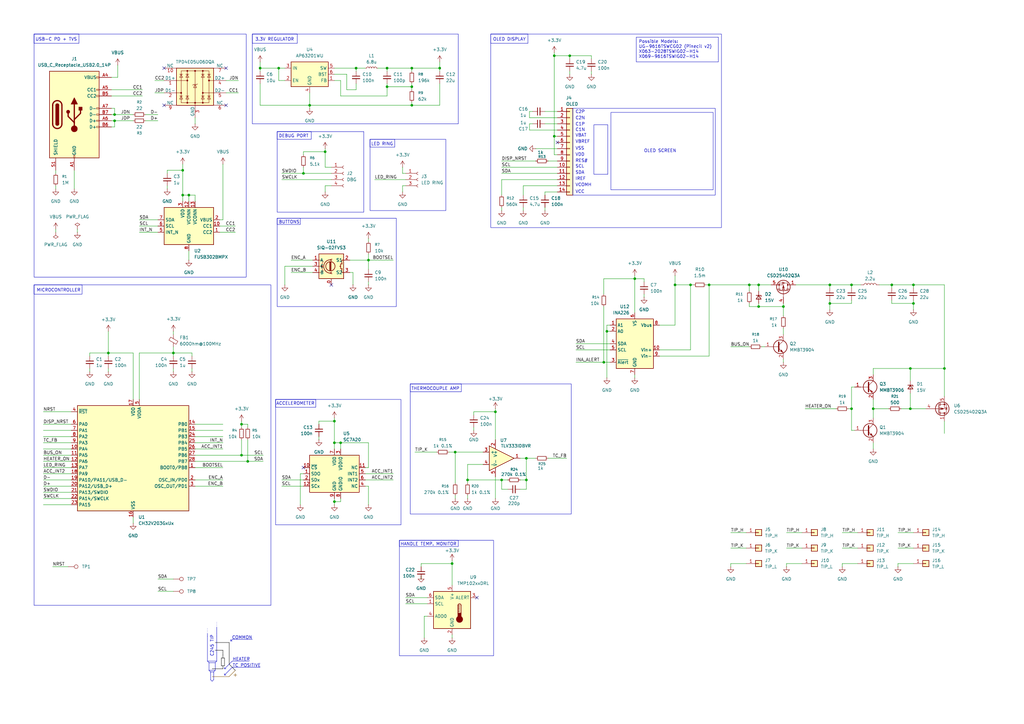
<source format=kicad_sch>
(kicad_sch
	(version 20250114)
	(generator "eeschema")
	(generator_version "9.0")
	(uuid "7095b018-eac3-4b01-b374-28e3216c4fd8")
	(paper "A3")
	
	(rectangle
		(start 113.03 163.83)
		(end 164.465 215.265)
		(stroke
			(width 0)
			(type default)
		)
		(fill
			(type none)
		)
		(uuid 25f66d05-38b5-4a17-99c1-8cad2c92cd3e)
	)
	(rectangle
		(start 13.97 13.97)
		(end 100.965 113.665)
		(stroke
			(width 0)
			(type default)
		)
		(fill
			(type none)
		)
		(uuid 34cfca7f-b72a-4261-a704-f33e6bc4b279)
	)
	(rectangle
		(start 113.03 163.83)
		(end 129.54 167.005)
		(stroke
			(width 0)
			(type default)
		)
		(fill
			(type none)
		)
		(uuid 37b1d202-d0af-4356-9cea-c5377ffdf5c6)
	)
	(rectangle
		(start 168.275 157.48)
		(end 189.23 160.655)
		(stroke
			(width 0)
			(type default)
		)
		(fill
			(type none)
		)
		(uuid 411456a7-808a-4a99-b2e7-4b00b0660778)
	)
	(rectangle
		(start 113.665 89.535)
		(end 123.19 92.075)
		(stroke
			(width 0)
			(type default)
		)
		(fill
			(type none)
		)
		(uuid 51756553-69aa-4f9f-a31a-a60fa2c78053)
	)
	(rectangle
		(start 113.665 53.975)
		(end 149.225 86.995)
		(stroke
			(width 0)
			(type default)
		)
		(fill
			(type none)
		)
		(uuid 5ccf0a54-c09c-402b-8c12-180398bcf0c0)
	)
	(rectangle
		(start 151.765 57.15)
		(end 182.88 86.36)
		(stroke
			(width 0)
			(type default)
		)
		(fill
			(type none)
		)
		(uuid 7ca7d888-0de2-4ee4-9e02-bce99f6c7310)
	)
	(rectangle
		(start 13.97 116.84)
		(end 33.655 120.65)
		(stroke
			(width 0)
			(type default)
		)
		(fill
			(type none)
		)
		(uuid 7d5ee34c-3c30-4116-b034-575f8f5cbca0)
	)
	(rectangle
		(start 113.665 89.535)
		(end 162.56 125.73)
		(stroke
			(width 0)
			(type default)
		)
		(fill
			(type none)
		)
		(uuid 9c119ec4-7162-4594-9de4-9af2e8ac3469)
	)
	(rectangle
		(start 103.505 13.97)
		(end 121.92 17.78)
		(stroke
			(width 0)
			(type default)
		)
		(fill
			(type none)
		)
		(uuid 9d5c2b83-1ad1-4eb5-9c00-115d7cfbb819)
	)
	(rectangle
		(start 168.275 157.48)
		(end 234.315 210.82)
		(stroke
			(width 0)
			(type default)
		)
		(fill
			(type none)
		)
		(uuid a57dfd79-f7b7-44cf-be58-21e0757161fa)
	)
	(rectangle
		(start 13.97 116.84)
		(end 111.125 248.285)
		(stroke
			(width 0)
			(type default)
		)
		(fill
			(type none)
		)
		(uuid a66c837f-d550-4ad5-b67a-1a34b6eaed03)
	)
	(rectangle
		(start 250.571 46.101)
		(end 292.481 77.851)
		(stroke
			(width 0)
			(type default)
		)
		(fill
			(type none)
		)
		(uuid b323df54-646c-4c42-ac5d-c702f5da28df)
	)
	(rectangle
		(start 13.97 13.97)
		(end 32.385 17.78)
		(stroke
			(width 0)
			(type default)
		)
		(fill
			(type none)
		)
		(uuid b41c86f7-a703-4da7-9c7c-3d6f2dbdab0b)
	)
	(rectangle
		(start 163.83 221.615)
		(end 187.96 224.155)
		(stroke
			(width 0)
			(type default)
		)
		(fill
			(type none)
		)
		(uuid b798fff3-5d10-4e4c-948c-461a0845de52)
	)
	(rectangle
		(start 151.765 57.15)
		(end 161.925 60.325)
		(stroke
			(width 0)
			(type default)
		)
		(fill
			(type none)
		)
		(uuid bb60d903-b4fc-4579-917b-d8b1327cda5c)
	)
	(rectangle
		(start 234.95 44.45)
		(end 293.37 80.01)
		(stroke
			(width 0)
			(type default)
		)
		(fill
			(type none)
		)
		(uuid c7ed09f4-c5b0-447c-8527-2fd1a9942fc7)
	)
	(rectangle
		(start 201.295 13.97)
		(end 295.91 93.345)
		(stroke
			(width 0)
			(type default)
		)
		(fill
			(type none)
		)
		(uuid c86b0301-7b25-4d55-b6bd-bf1af0f3ea13)
	)
	(rectangle
		(start 243.586 51.181)
		(end 249.301 71.501)
		(stroke
			(width 0)
			(type default)
		)
		(fill
			(type none)
		)
		(uuid cc173c2c-4802-4b85-8dc1-c0ed1e2586ae)
	)
	(rectangle
		(start 113.665 53.975)
		(end 127.635 57.15)
		(stroke
			(width 0)
			(type default)
		)
		(fill
			(type none)
		)
		(uuid d42d397b-7d5e-44b0-98a1-cec60f91a733)
	)
	(rectangle
		(start 103.505 13.97)
		(end 187.96 50.8)
		(stroke
			(width 0)
			(type default)
		)
		(fill
			(type none)
		)
		(uuid d5e44070-3c31-4662-9265-15546dcb33a9)
	)
	(rectangle
		(start 163.83 221.615)
		(end 202.438 268.986)
		(stroke
			(width 0)
			(type default)
		)
		(fill
			(type none)
		)
		(uuid dc78faa3-7706-462b-aff1-ea2259b8957d)
	)
	(rectangle
		(start 201.295 13.97)
		(end 216.535 17.78)
		(stroke
			(width 0)
			(type default)
		)
		(fill
			(type none)
		)
		(uuid df873f2f-b2dc-4231-b391-da9722f3ee43)
	)
	(text "COMMON"
		(exclude_from_sim no)
		(at 95.123 261.62 0)
		(effects
			(font
				(size 1.27 1.27)
			)
			(justify left)
		)
		(uuid "0da803d8-6a61-4b47-b3c4-8c42b4ebcdd7")
	)
	(text "3.3V REGULATOR"
		(exclude_from_sim no)
		(at 104.648 16.256 0)
		(effects
			(font
				(size 1.27 1.27)
			)
			(justify left)
		)
		(uuid "270c64e9-acc9-4bdf-adf9-51e85a7cfae3")
	)
	(text "C2N"
		(exclude_from_sim no)
		(at 235.966 48.514 0)
		(effects
			(font
				(size 1.27 1.27)
			)
			(justify left)
		)
		(uuid "303735e4-f194-4e97-9ddd-7741146e5965")
	)
	(text "USB-C PD + TVS"
		(exclude_from_sim no)
		(at 14.478 16.256 0)
		(effects
			(font
				(size 1.27 1.27)
			)
			(justify left)
		)
		(uuid "3b53ae36-2320-46df-8526-8d2b0e4cd267")
	)
	(text "BUTTONS"
		(exclude_from_sim no)
		(at 114.3 91.186 0)
		(effects
			(font
				(size 1.27 1.27)
			)
			(justify left)
		)
		(uuid "4ff0d853-92f6-4f02-aa33-1f252be5ef75")
	)
	(text "DEBUG PORT"
		(exclude_from_sim no)
		(at 114.3 55.88 0)
		(effects
			(font
				(size 1.27 1.27)
			)
			(justify left)
		)
		(uuid "5c2c7cad-81d2-418f-aeca-ca54c6312f8c")
	)
	(text "SCL"
		(exclude_from_sim no)
		(at 235.966 68.326 0)
		(effects
			(font
				(size 1.27 1.27)
			)
			(justify left)
		)
		(uuid "63c62cf3-4266-478a-9f68-199034fe5d8b")
	)
	(text "RES#"
		(exclude_from_sim no)
		(at 235.966 66.04 0)
		(effects
			(font
				(size 1.27 1.27)
			)
			(justify left)
		)
		(uuid "6ce3c0b9-bb73-4f4d-8996-df06398c02e3")
	)
	(text "C1P"
		(exclude_from_sim no)
		(at 235.966 51.054 0)
		(effects
			(font
				(size 1.27 1.27)
			)
			(justify left)
		)
		(uuid "6d196f00-fda4-408a-b16f-63e268646b7a")
	)
	(text "ACCELEROMETER"
		(exclude_from_sim no)
		(at 121.158 165.608 0)
		(effects
			(font
				(size 1.27 1.27)
			)
		)
		(uuid "6d3cce01-49eb-4036-848c-880563d726ff")
	)
	(text "HEATER"
		(exclude_from_sim no)
		(at 95.377 270.51 0)
		(effects
			(font
				(size 1.27 1.27)
			)
			(justify left)
		)
		(uuid "6f935533-365b-4490-a199-60d1f885e9c5")
	)
	(text "IREF"
		(exclude_from_sim no)
		(at 235.966 73.406 0)
		(effects
			(font
				(size 1.27 1.27)
			)
			(justify left)
		)
		(uuid "78269562-db7d-4f9c-9409-11de08793bfa")
	)
	(text "C1N"
		(exclude_from_sim no)
		(at 235.966 53.34 0)
		(effects
			(font
				(size 1.27 1.27)
			)
			(justify left)
		)
		(uuid "86eaf89d-7735-48bc-8adf-2c6d7e1c9267")
	)
	(text "C2P"
		(exclude_from_sim no)
		(at 235.966 45.974 0)
		(effects
			(font
				(size 1.27 1.27)
			)
			(justify left)
		)
		(uuid "88767c22-62f5-491f-8191-e622ce50d549")
	)
	(text "VDD"
		(exclude_from_sim no)
		(at 235.966 63.5 0)
		(effects
			(font
				(size 1.27 1.27)
			)
			(justify left)
		)
		(uuid "98ea20d6-f789-4c9a-9d2d-ddf9c4e55ce3")
	)
	(text "HANDLE TEMP. MONITOR"
		(exclude_from_sim no)
		(at 175.768 223.266 0)
		(effects
			(font
				(size 1.27 1.27)
			)
		)
		(uuid "9cf9be48-0da6-4698-b802-905b4321ec7e")
	)
	(text "TC POSITIVE"
		(exclude_from_sim no)
		(at 95.377 273.05 0)
		(effects
			(font
				(size 1.27 1.27)
			)
			(justify left)
		)
		(uuid "9da3b577-a0bb-4c33-9c3c-e8388ac87829")
	)
	(text "OLED SCREEN"
		(exclude_from_sim no)
		(at 270.764 61.976 0)
		(effects
			(font
				(size 1.27 1.27)
			)
		)
		(uuid "a7d4d929-dbaa-411d-a847-37e4617db2b8")
	)
	(text "VCC"
		(exclude_from_sim no)
		(at 235.966 78.74 0)
		(effects
			(font
				(size 1.27 1.27)
			)
			(justify left)
		)
		(uuid "c0b5be38-ee7a-4c62-b666-9455a24b9bdf")
	)
	(text "SDA"
		(exclude_from_sim no)
		(at 235.966 70.866 0)
		(effects
			(font
				(size 1.27 1.27)
			)
			(justify left)
		)
		(uuid "d1f23843-c159-4734-816f-e3ebdc7225d4")
	)
	(text "VBREF"
		(exclude_from_sim no)
		(at 235.966 58.166 0)
		(effects
			(font
				(size 1.27 1.27)
			)
			(justify left)
		)
		(uuid "dc92fbc2-eb7d-47ac-891e-6de1528c9506")
	)
	(text "OLED DISPLAY"
		(exclude_from_sim no)
		(at 202.184 16.256 0)
		(effects
			(font
				(size 1.27 1.27)
			)
			(justify left)
		)
		(uuid "e1182865-9cf6-484e-b369-4d8124243a24")
	)
	(text "VBAT"
		(exclude_from_sim no)
		(at 235.966 55.626 0)
		(effects
			(font
				(size 1.27 1.27)
			)
			(justify left)
		)
		(uuid "e5136794-6a5a-4728-b4d0-e47266a8ec2c")
	)
	(text "VSS"
		(exclude_from_sim no)
		(at 235.966 60.96 0)
		(effects
			(font
				(size 1.27 1.27)
			)
			(justify left)
		)
		(uuid "e5277a5c-1568-43ec-ab65-5c403a9ddad3")
	)
	(text "VCOMH"
		(exclude_from_sim no)
		(at 235.966 75.946 0)
		(effects
			(font
				(size 1.27 1.27)
			)
			(justify left)
		)
		(uuid "e677c7ab-e79d-4a1c-8a88-4a56ca5d6b79")
	)
	(text "THERMOCOUPLE AMP"
		(exclude_from_sim no)
		(at 178.562 159.512 0)
		(effects
			(font
				(size 1.27 1.27)
			)
		)
		(uuid "e865e2d4-df9a-47d7-8bc3-1d543675c813")
	)
	(text "C245 TIP"
		(exclude_from_sim no)
		(at 86.995 264.922 90)
		(effects
			(font
				(size 1.27 1.27)
			)
		)
		(uuid "ec1ed9c1-072b-4c68-8764-5736b7bc8d68")
	)
	(text "LED RING"
		(exclude_from_sim no)
		(at 156.718 59.182 0)
		(effects
			(font
				(size 1.27 1.27)
			)
		)
		(uuid "eebaafe7-13f6-4495-a884-67f3bb5c6ce1")
	)
	(text "MICROCONTROLLER"
		(exclude_from_sim no)
		(at 14.986 119.126 0)
		(effects
			(font
				(size 1.27 1.27)
			)
			(justify left)
		)
		(uuid "f4202bbd-17db-406a-9b6f-417fe43fdaab")
	)
	(text_box "Possible Models:\nUG-9616TSWCG02 (Pinecil v2)\nX063-2028TSWIG02-H14\nX069-9616TSWIG02-H14"
		(exclude_from_sim no)
		(at 260.985 15.24 0)
		(size 33.655 10.16)
		(margins 0.9525 0.9525 0.9525 0.9525)
		(stroke
			(width 0)
			(type solid)
		)
		(fill
			(type none)
		)
		(effects
			(font
				(size 1.27 1.27)
			)
			(justify left top)
		)
		(uuid "aff1d92e-7948-41af-95d4-eec0b0d11729")
	)
	(junction
		(at 340.36 116.84)
		(diameter 0)
		(color 0 0 0 0)
		(uuid "0249d269-810c-4792-bcad-62c507e2feae")
	)
	(junction
		(at 146.05 27.94)
		(diameter 0)
		(color 0 0 0 0)
		(uuid "0acd8611-5527-40f7-90a3-5c60d1adc1d0")
	)
	(junction
		(at 283.21 116.84)
		(diameter 0)
		(color 0 0 0 0)
		(uuid "1ddbe419-3595-4df3-a72f-7cf030e34ac4")
	)
	(junction
		(at 99.06 173.99)
		(diameter 0)
		(color 0 0 0 0)
		(uuid "22bc19a2-e590-4ae5-87e1-2c346112c753")
	)
	(junction
		(at 290.83 116.84)
		(diameter 0)
		(color 0 0 0 0)
		(uuid "344187d9-c96b-45fd-8f6c-b46a99aead8f")
	)
	(junction
		(at 101.6 189.23)
		(diameter 0)
		(color 0 0 0 0)
		(uuid "39afbb62-f4d9-47c5-b1ec-6bf8308a9b0e")
	)
	(junction
		(at 203.2 168.91)
		(diameter 0)
		(color 0 0 0 0)
		(uuid "3f9bcc33-18ad-48ec-8047-f514eddb9bd3")
	)
	(junction
		(at 340.36 124.46)
		(diameter 0)
		(color 0 0 0 0)
		(uuid "43942d84-b87b-4f4a-adb8-d0b0fad21d24")
	)
	(junction
		(at 191.77 196.85)
		(diameter 0)
		(color 0 0 0 0)
		(uuid "4793f579-9960-4fea-a983-16516b9a6a74")
	)
	(junction
		(at 311.15 125.73)
		(diameter 0)
		(color 0 0 0 0)
		(uuid "49c221c5-b155-4b45-89fb-6e25d4f31e7a")
	)
	(junction
		(at 158.75 27.94)
		(diameter 0)
		(color 0 0 0 0)
		(uuid "4e457d4d-37fd-4b51-a420-85ebb8dc04c5")
	)
	(junction
		(at 168.91 35.56)
		(diameter 0)
		(color 0 0 0 0)
		(uuid "57d2e74f-9c65-42d1-a47a-8230db07f92e")
	)
	(junction
		(at 137.16 181.61)
		(diameter 0)
		(color 0 0 0 0)
		(uuid "589eff9d-eed1-4df5-98d6-26b7c768b426")
	)
	(junction
		(at 185.42 231.14)
		(diameter 0)
		(color 0 0 0 0)
		(uuid "5c8091f6-1fe8-4a10-b56d-0569715c68e9")
	)
	(junction
		(at 46.99 49.53)
		(diameter 0)
		(color 0 0 0 0)
		(uuid "5e8d1cf7-167e-4030-9f28-7c115ea5395b")
	)
	(junction
		(at 227.33 55.88)
		(diameter 0)
		(color 0 0 0 0)
		(uuid "5fbb3de9-86ee-49ad-a284-eb55f1cc692a")
	)
	(junction
		(at 168.91 43.18)
		(diameter 0)
		(color 0 0 0 0)
		(uuid "660d2309-d1aa-4d86-b95c-854e50c0a293")
	)
	(junction
		(at 168.91 27.94)
		(diameter 0)
		(color 0 0 0 0)
		(uuid "691dc945-779c-4911-8f56-5300f4d58275")
	)
	(junction
		(at 233.68 22.86)
		(diameter 0)
		(color 0 0 0 0)
		(uuid "73b54f8a-8892-4f5c-ad2f-0a2e6cc384c3")
	)
	(junction
		(at 205.74 196.85)
		(diameter 0)
		(color 0 0 0 0)
		(uuid "77d052f3-f174-4ac4-b7f3-74fd8cd4f0e2")
	)
	(junction
		(at 321.31 125.73)
		(diameter 0)
		(color 0 0 0 0)
		(uuid "79d322c6-a667-4208-9ff3-5ed13bd115b7")
	)
	(junction
		(at 260.35 114.3)
		(diameter 0)
		(color 0 0 0 0)
		(uuid "7d3edf29-0a34-493b-a403-4e5e153d29fc")
	)
	(junction
		(at 307.34 116.84)
		(diameter 0)
		(color 0 0 0 0)
		(uuid "80827189-6922-4e99-944c-27a95d11ce5b")
	)
	(junction
		(at 349.25 167.64)
		(diameter 0)
		(color 0 0 0 0)
		(uuid "82025169-7bff-4347-aa9d-ba98c22b7dd2")
	)
	(junction
		(at 137.16 172.72)
		(diameter 0)
		(color 0 0 0 0)
		(uuid "84b1d133-5555-4f34-9259-4c4a00397909")
	)
	(junction
		(at 158.75 35.56)
		(diameter 0)
		(color 0 0 0 0)
		(uuid "85eb43cd-2fb7-4c1a-b0ce-7e338a2da686")
	)
	(junction
		(at 215.9 196.85)
		(diameter 0)
		(color 0 0 0 0)
		(uuid "879d8513-8c12-4c71-805b-cfd0566ce6a8")
	)
	(junction
		(at 248.92 135.89)
		(diameter 0)
		(color 0 0 0 0)
		(uuid "87bdbf96-3d48-4981-b994-dfde82d815de")
	)
	(junction
		(at 276.86 116.84)
		(diameter 0)
		(color 0 0 0 0)
		(uuid "8921e9ca-0ecf-4755-b5c2-d0084cccd6cf")
	)
	(junction
		(at 387.35 151.13)
		(diameter 0)
		(color 0 0 0 0)
		(uuid "8e010cbd-acd1-4e13-ac80-1a486bd90f9b")
	)
	(junction
		(at 99.06 186.69)
		(diameter 0)
		(color 0 0 0 0)
		(uuid "8f91cdd6-9b8f-41e7-aba5-783e4c94f1c2")
	)
	(junction
		(at 373.38 167.64)
		(diameter 0)
		(color 0 0 0 0)
		(uuid "918ec29b-582e-4bc4-81d1-aa0aa26a484c")
	)
	(junction
		(at 349.25 116.84)
		(diameter 0)
		(color 0 0 0 0)
		(uuid "924a9453-b138-4112-9cf9-cdd7d6fd271f")
	)
	(junction
		(at 373.38 151.13)
		(diameter 0)
		(color 0 0 0 0)
		(uuid "93f99215-23d4-490f-b54d-290379c681ab")
	)
	(junction
		(at 227.33 22.86)
		(diameter 0)
		(color 0 0 0 0)
		(uuid "9531702c-c6a6-4297-8a10-64a5c6fc90b3")
	)
	(junction
		(at 374.65 124.46)
		(diameter 0)
		(color 0 0 0 0)
		(uuid "9ce0d5f7-a196-42ba-865b-78bc41279af1")
	)
	(junction
		(at 44.45 144.78)
		(diameter 0)
		(color 0 0 0 0)
		(uuid "9fa2ea7a-f50f-4f59-8f6e-1d8cc4b4f22f")
	)
	(junction
		(at 74.93 80.01)
		(diameter 0)
		(color 0 0 0 0)
		(uuid "a102cd63-af1a-49b4-9201-df06578d4c1f")
	)
	(junction
		(at 186.69 185.42)
		(diameter 0)
		(color 0 0 0 0)
		(uuid "abfdf2ca-6d75-42e4-bc8a-926f6a715c4d")
	)
	(junction
		(at 215.9 187.96)
		(diameter 0)
		(color 0 0 0 0)
		(uuid "aff6f7cf-f995-4965-9b70-2f6e1afd3257")
	)
	(junction
		(at 71.12 144.78)
		(diameter 0)
		(color 0 0 0 0)
		(uuid "cbafbc4a-ea32-4bc2-8303-c740f3149d9b")
	)
	(junction
		(at 151.13 106.68)
		(diameter 0)
		(color 0 0 0 0)
		(uuid "cbfb9910-a9c3-4d1d-beaf-ad4934f7e32e")
	)
	(junction
		(at 127 43.18)
		(diameter 0)
		(color 0 0 0 0)
		(uuid "d049456d-20ee-4308-a384-c295c5fb64a1")
	)
	(junction
		(at 77.47 80.01)
		(diameter 0)
		(color 0 0 0 0)
		(uuid "d075905e-0ee9-4e4e-bc8b-46248e59d6b7")
	)
	(junction
		(at 137.16 205.74)
		(diameter 0)
		(color 0 0 0 0)
		(uuid "d3c0ec6c-e13a-496a-ad1c-ba60afc46b96")
	)
	(junction
		(at 46.99 46.99)
		(diameter 0)
		(color 0 0 0 0)
		(uuid "d3cb3929-1383-43bf-9aa0-8d6179547879")
	)
	(junction
		(at 365.76 116.84)
		(diameter 0)
		(color 0 0 0 0)
		(uuid "d6376345-e63e-469e-b947-b621d80200ca")
	)
	(junction
		(at 374.65 116.84)
		(diameter 0)
		(color 0 0 0 0)
		(uuid "d9505c24-ab59-4a1d-8ead-8359d37f8315")
	)
	(junction
		(at 74.93 69.85)
		(diameter 0)
		(color 0 0 0 0)
		(uuid "dced1970-c9d1-4fca-aa68-57578fbeec87")
	)
	(junction
		(at 133.35 62.23)
		(diameter 0)
		(color 0 0 0 0)
		(uuid "dd645f38-5944-4257-9764-2d12bcf783d9")
	)
	(junction
		(at 124.46 71.12)
		(diameter 0)
		(color 0 0 0 0)
		(uuid "e0c9883b-d031-4a61-9fde-76739f501e2c")
	)
	(junction
		(at 311.15 116.84)
		(diameter 0)
		(color 0 0 0 0)
		(uuid "e7b5bade-bac5-4818-84c3-18d6a9b8e9bf")
	)
	(junction
		(at 114.3 27.94)
		(diameter 0)
		(color 0 0 0 0)
		(uuid "e80bc681-7695-43f3-a2bd-d411c7e86409")
	)
	(junction
		(at 139.7 181.61)
		(diameter 0)
		(color 0 0 0 0)
		(uuid "ea9ea449-1699-40d7-8a1c-89a1d2111f96")
	)
	(junction
		(at 358.14 167.64)
		(diameter 0)
		(color 0 0 0 0)
		(uuid "ebff8219-3435-4de0-b992-cf8f8459390a")
	)
	(junction
		(at 180.34 27.94)
		(diameter 0)
		(color 0 0 0 0)
		(uuid "efddc068-f25b-4568-b3c6-1c6aa0f4c97e")
	)
	(junction
		(at 106.68 27.94)
		(diameter 0)
		(color 0 0 0 0)
		(uuid "f1df4cab-d95d-4e21-b204-cc5686c3ccd2")
	)
	(junction
		(at 247.65 148.59)
		(diameter 0)
		(color 0 0 0 0)
		(uuid "f7b295b6-cf9f-4869-a52e-c95688582c78")
	)
	(no_connect
		(at 92.71 43.18)
		(uuid "46b4ccbc-24ab-4899-8505-9a1bc9336197")
	)
	(no_connect
		(at 67.31 27.94)
		(uuid "613b3790-5218-413f-a343-e26aa4ea4b95")
	)
	(no_connect
		(at 228.6 58.42)
		(uuid "8d801d13-32fe-4e34-8cc5-b8a86a497023")
	)
	(no_connect
		(at 195.58 245.11)
		(uuid "b019387a-2a10-4f2e-ad70-575cf4df82b8")
	)
	(no_connect
		(at 124.46 191.77)
		(uuid "bb17c601-45a1-4eb6-aaaf-eada3efdd523")
	)
	(no_connect
		(at 67.31 43.18)
		(uuid "c9b41e3a-80a4-4410-be4c-91975e86700a")
	)
	(no_connect
		(at 135.89 116.84)
		(uuid "d8cbb7b8-f348-43ed-b12a-7c884625729d")
	)
	(no_connect
		(at 92.71 27.94)
		(uuid "e9fc4535-1911-4390-b5e2-c282d53c9319")
	)
	(wire
		(pts
			(xy 99.06 186.69) (xy 107.95 186.69)
		)
		(stroke
			(width 0)
			(type default)
		)
		(uuid "00dc7f33-0b4e-4099-8479-24293b9aabac")
	)
	(wire
		(pts
			(xy 149.86 196.85) (xy 161.29 196.85)
		)
		(stroke
			(width 0)
			(type default)
		)
		(uuid "0156bf95-e162-433c-99c7-904c2f68448d")
	)
	(wire
		(pts
			(xy 306.07 231.14) (xy 299.72 231.14)
		)
		(stroke
			(width 0)
			(type default)
		)
		(uuid "01731df4-405d-4159-8024-ddbfe44e4824")
	)
	(wire
		(pts
			(xy 180.34 25.4) (xy 180.34 27.94)
		)
		(stroke
			(width 0)
			(type default)
		)
		(uuid "0280334b-627a-4233-a676-012a207d9298")
	)
	(wire
		(pts
			(xy 123.19 194.31) (xy 124.46 194.31)
		)
		(stroke
			(width 0)
			(type default)
		)
		(uuid "03f9526b-c252-4cea-a8ec-81306ff6df76")
	)
	(wire
		(pts
			(xy 260.35 153.67) (xy 260.35 154.94)
		)
		(stroke
			(width 0)
			(type default)
		)
		(uuid "045736e4-e075-41e5-b1c9-53ded6fc813c")
	)
	(wire
		(pts
			(xy 63.5 38.1) (xy 67.31 38.1)
		)
		(stroke
			(width 0)
			(type default)
		)
		(uuid "057a48eb-9b1d-42a5-bf44-6985b9321748")
	)
	(polyline
		(pts
			(xy 94.615 262.89) (xy 95.25 262.89)
		)
		(stroke
			(width 0)
			(type default)
		)
		(uuid "061e75a6-db12-4875-bb49-acc7a02aa4eb")
	)
	(wire
		(pts
			(xy 227.33 55.88) (xy 228.6 55.88)
		)
		(stroke
			(width 0)
			(type default)
		)
		(uuid "06a39b25-e5c0-48bf-8f66-6ff9e46efda7")
	)
	(polyline
		(pts
			(xy 93.98 263.525) (xy 93.98 272.415)
		)
		(stroke
			(width 0)
			(type solid)
			(color 0 0 0 1)
		)
		(uuid "076917fa-25ee-47d3-b2b0-165b02f01f24")
	)
	(wire
		(pts
			(xy 321.31 125.73) (xy 321.31 129.54)
		)
		(stroke
			(width 0)
			(type default)
		)
		(uuid "08062c1a-37c9-4e6c-9fbf-fc441415a02e")
	)
	(wire
		(pts
			(xy 68.58 69.85) (xy 74.93 69.85)
		)
		(stroke
			(width 0)
			(type default)
		)
		(uuid "088c7699-190e-4234-9815-fffe11d5ef7a")
	)
	(wire
		(pts
			(xy 68.58 76.2) (xy 68.58 77.47)
		)
		(stroke
			(width 0)
			(type default)
		)
		(uuid "090443bb-96fb-4f06-ac72-191a7f6e15f4")
	)
	(wire
		(pts
			(xy 96.52 95.25) (xy 90.17 95.25)
		)
		(stroke
			(width 0)
			(type default)
		)
		(uuid "091df10a-a778-479d-8cbf-324751cb3cc5")
	)
	(wire
		(pts
			(xy 115.57 199.39) (xy 124.46 199.39)
		)
		(stroke
			(width 0)
			(type default)
		)
		(uuid "093a4bfc-aabd-4586-948a-1580d9afeffa")
	)
	(wire
		(pts
			(xy 45.72 36.83) (xy 58.42 36.83)
		)
		(stroke
			(width 0)
			(type default)
		)
		(uuid "098337dc-d67f-4f92-9e59-aa0530495823")
	)
	(wire
		(pts
			(xy 368.3 218.44) (xy 374.65 218.44)
		)
		(stroke
			(width 0)
			(type default)
		)
		(uuid "0b3b1be4-2c7f-47f2-886c-9ff27992e090")
	)
	(wire
		(pts
			(xy 80.01 184.15) (xy 91.44 184.15)
		)
		(stroke
			(width 0)
			(type default)
		)
		(uuid "0d0fb7d8-cf76-4ea3-b43e-0043f449d33e")
	)
	(wire
		(pts
			(xy 106.68 34.29) (xy 106.68 43.18)
		)
		(stroke
			(width 0)
			(type default)
		)
		(uuid "0d1da041-1604-484f-8588-64418e6780df")
	)
	(wire
		(pts
			(xy 330.2 167.64) (xy 342.9 167.64)
		)
		(stroke
			(width 0)
			(type default)
		)
		(uuid "0dbe529f-1045-47f4-b0a4-3ea8fecc960d")
	)
	(polyline
		(pts
			(xy 99.695 273.685) (xy 106.68 273.685)
		)
		(stroke
			(width 0)
			(type default)
		)
		(uuid "0efdd063-1445-49ad-b269-05e1548bd623")
	)
	(wire
		(pts
			(xy 17.78 191.77) (xy 29.21 191.77)
		)
		(stroke
			(width 0)
			(type default)
		)
		(uuid "0f968ad1-38fa-43f3-a9ca-eaab57060db2")
	)
	(wire
		(pts
			(xy 214.63 85.09) (xy 214.63 86.36)
		)
		(stroke
			(width 0)
			(type default)
		)
		(uuid "0fdf5b0f-14a7-4ff5-aee8-91dcf3e80430")
	)
	(wire
		(pts
			(xy 168.91 35.56) (xy 158.75 35.56)
		)
		(stroke
			(width 0)
			(type default)
		)
		(uuid "1190a964-f3bd-43e5-a242-6444d80cf4b2")
	)
	(polyline
		(pts
			(xy 86.995 277.495) (xy 93.98 277.495)
		)
		(stroke
			(width 0)
			(type solid)
			(color 128 77 0 1)
		)
		(uuid "11cf35b8-cd1b-4b18-8246-50d401672c42")
	)
	(wire
		(pts
			(xy 191.77 196.85) (xy 191.77 190.5)
		)
		(stroke
			(width 0)
			(type default)
		)
		(uuid "12f02fb2-28a7-4766-ae13-424545151178")
	)
	(wire
		(pts
			(xy 137.16 181.61) (xy 137.16 184.15)
		)
		(stroke
			(width 0)
			(type default)
		)
		(uuid "135c080a-b87a-42f2-bd23-e8f54c5ee6c7")
	)
	(wire
		(pts
			(xy 165.1 78.74) (xy 165.1 76.2)
		)
		(stroke
			(width 0)
			(type default)
		)
		(uuid "13a8fbae-4055-4538-a775-7561035458e6")
	)
	(wire
		(pts
			(xy 185.42 231.14) (xy 185.42 240.03)
		)
		(stroke
			(width 0)
			(type default)
		)
		(uuid "13ad3050-341d-4764-8a4c-837cb1090bc6")
	)
	(wire
		(pts
			(xy 191.77 196.85) (xy 205.74 196.85)
		)
		(stroke
			(width 0)
			(type default)
		)
		(uuid "13e7537a-edd6-43d5-8bb0-f6eb3d491016")
	)
	(wire
		(pts
			(xy 321.31 134.62) (xy 321.31 137.16)
		)
		(stroke
			(width 0)
			(type default)
		)
		(uuid "140f51ad-94a6-4a5e-a14c-9ccc995ffe92")
	)
	(wire
		(pts
			(xy 215.9 196.85) (xy 215.9 187.96)
		)
		(stroke
			(width 0)
			(type default)
		)
		(uuid "1427c6b1-5293-499b-9663-f54121cc8ca4")
	)
	(wire
		(pts
			(xy 48.26 31.75) (xy 48.26 26.67)
		)
		(stroke
			(width 0)
			(type default)
		)
		(uuid "14b83c6b-fa77-4ec1-b020-d89f490dd1db")
	)
	(wire
		(pts
			(xy 374.65 116.84) (xy 374.65 118.11)
		)
		(stroke
			(width 0)
			(type default)
		)
		(uuid "154f7824-5e3a-4df6-a265-e8ad4cf18628")
	)
	(wire
		(pts
			(xy 119.38 106.68) (xy 128.27 106.68)
		)
		(stroke
			(width 0)
			(type default)
		)
		(uuid "15d75b7e-53c1-4b3b-bead-3e9845084cb1")
	)
	(wire
		(pts
			(xy 203.2 167.64) (xy 203.2 168.91)
		)
		(stroke
			(width 0)
			(type default)
		)
		(uuid "16a235b6-6479-41c3-934b-5990cd87fafe")
	)
	(wire
		(pts
			(xy 227.33 55.88) (xy 227.33 63.5)
		)
		(stroke
			(width 0)
			(type default)
		)
		(uuid "16a6ad92-1a6b-4d2b-93f1-5652f5947dbb")
	)
	(wire
		(pts
			(xy 168.91 29.21) (xy 168.91 27.94)
		)
		(stroke
			(width 0)
			(type default)
		)
		(uuid "16beecb1-a5ab-433f-9aa9-d5c8af0be23d")
	)
	(polyline
		(pts
			(xy 95.885 276.86) (xy 97.155 276.86)
		)
		(stroke
			(width 0)
			(type solid)
			(color 128 77 0 1)
		)
		(uuid "17532791-aaa0-48e6-a3d3-84b5cfe2ffdf")
	)
	(wire
		(pts
			(xy 45.72 52.07) (xy 46.99 52.07)
		)
		(stroke
			(width 0)
			(type default)
		)
		(uuid "18438b3a-827e-4972-b4d2-e39627126fd2")
	)
	(wire
		(pts
			(xy 17.78 186.69) (xy 29.21 186.69)
		)
		(stroke
			(width 0)
			(type default)
		)
		(uuid "185cc638-609c-4acf-9a83-434d47f9bece")
	)
	(wire
		(pts
			(xy 322.58 218.44) (xy 328.93 218.44)
		)
		(stroke
			(width 0)
			(type default)
		)
		(uuid "186284b8-bd67-4889-90c2-387a38831a45")
	)
	(wire
		(pts
			(xy 17.78 201.93) (xy 29.21 201.93)
		)
		(stroke
			(width 0)
			(type default)
		)
		(uuid "1a675778-1e38-4114-a392-a674b2dc8fa9")
	)
	(wire
		(pts
			(xy 290.83 116.84) (xy 290.83 146.05)
		)
		(stroke
			(width 0)
			(type default)
		)
		(uuid "1a894749-5980-44f8-be8f-1f0ca672c7df")
	)
	(wire
		(pts
			(xy 71.12 135.89) (xy 71.12 137.16)
		)
		(stroke
			(width 0)
			(type default)
		)
		(uuid "1ae0b9e3-10e0-4c50-8291-792664f6f6ce")
	)
	(wire
		(pts
			(xy 101.6 175.26) (xy 101.6 173.99)
		)
		(stroke
			(width 0)
			(type default)
		)
		(uuid "1beeb275-c1cd-4b8f-a12a-830eb9c2286d")
	)
	(wire
		(pts
			(xy 80.01 199.39) (xy 91.44 199.39)
		)
		(stroke
			(width 0)
			(type default)
		)
		(uuid "1c31a3a0-71be-4869-aecb-fe7720f70370")
	)
	(polyline
		(pts
			(xy 91.44 268.605) (xy 91.44 269.875)
		)
		(stroke
			(width 0)
			(type solid)
			(color 0 0 0 1)
		)
		(uuid "1cb32bb3-76dc-4823-be3a-ee1c82fb9d6e")
	)
	(wire
		(pts
			(xy 345.44 231.14) (xy 351.79 231.14)
		)
		(stroke
			(width 0)
			(type default)
		)
		(uuid "1cf9f715-8924-4551-8321-2cb14bcb7a4b")
	)
	(wire
		(pts
			(xy 168.91 43.18) (xy 127 43.18)
		)
		(stroke
			(width 0)
			(type default)
		)
		(uuid "1efe1ac7-40f4-4f17-9d42-17e1c9f0de6b")
	)
	(polyline
		(pts
			(xy 94.615 262.89) (xy 95.25 262.255)
		)
		(stroke
			(width 0)
			(type default)
		)
		(uuid "1fc62f63-6cba-4ff0-930d-1f292e0bfa84")
	)
	(wire
		(pts
			(xy 80.01 181.61) (xy 91.44 181.61)
		)
		(stroke
			(width 0)
			(type default)
		)
		(uuid "1fd72b09-6ab8-4dc4-8f0b-ca67c9a74253")
	)
	(wire
		(pts
			(xy 68.58 71.12) (xy 68.58 69.85)
		)
		(stroke
			(width 0)
			(type default)
		)
		(uuid "202b5c7b-0b11-4522-bc46-256551c46d63")
	)
	(wire
		(pts
			(xy 116.84 27.94) (xy 114.3 27.94)
		)
		(stroke
			(width 0)
			(type default)
		)
		(uuid "202f5003-0a48-4fcb-962b-eb5d0b2eea8c")
	)
	(polyline
		(pts
			(xy 85.09 271.145) (xy 88.9 271.145)
		)
		(stroke
			(width 0)
			(type default)
		)
		(uuid "20c289f8-34a5-48ed-8d32-b4b9e5521011")
	)
	(wire
		(pts
			(xy 172.72 231.14) (xy 185.42 231.14)
		)
		(stroke
			(width 0)
			(type default)
		)
		(uuid "20e2fb42-fafd-4f0a-849e-70f241cf50dd")
	)
	(wire
		(pts
			(xy 77.47 102.87) (xy 77.47 106.68)
		)
		(stroke
			(width 0)
			(type default)
		)
		(uuid "21a2f101-e4da-4991-a949-92df212cf85b")
	)
	(polyline
		(pts
			(xy 95.25 262.255) (xy 103.505 262.255)
		)
		(stroke
			(width 0)
			(type default)
		)
		(uuid "225ad2a0-3f91-4b41-b14c-33002ef325b8")
	)
	(wire
		(pts
			(xy 350.52 158.75) (xy 349.25 158.75)
		)
		(stroke
			(width 0)
			(type default)
		)
		(uuid "22876a7b-704e-4fdf-a33f-2442239001ac")
	)
	(wire
		(pts
			(xy 180.34 43.18) (xy 168.91 43.18)
		)
		(stroke
			(width 0)
			(type default)
		)
		(uuid "228d2b28-0e5e-4a0f-9a64-60ca034456d5")
	)
	(wire
		(pts
			(xy 22.86 69.85) (xy 22.86 71.12)
		)
		(stroke
			(width 0)
			(type default)
		)
		(uuid "22ceb097-bc74-4764-aecd-0b980944d711")
	)
	(wire
		(pts
			(xy 299.72 224.79) (xy 306.07 224.79)
		)
		(stroke
			(width 0)
			(type default)
		)
		(uuid "234d1ba8-847a-498b-b1ae-e4eb0f0e2c2e")
	)
	(polyline
		(pts
			(xy 93.98 277.495) (xy 96.52 274.955)
		)
		(stroke
			(width 0)
			(type solid)
			(color 128 77 0 1)
		)
		(uuid "23b27315-c748-4e5f-bfe8-f12b825cfb87")
	)
	(wire
		(pts
			(xy 168.91 34.29) (xy 168.91 35.56)
		)
		(stroke
			(width 0)
			(type default)
		)
		(uuid "24d5a81f-7436-4451-bff0-11fbe42d2c28")
	)
	(wire
		(pts
			(xy 368.3 231.14) (xy 374.65 231.14)
		)
		(stroke
			(width 0)
			(type default)
		)
		(uuid "2616a777-c896-4d19-9dd1-44f1b40faa16")
	)
	(wire
		(pts
			(xy 340.36 123.19) (xy 340.36 124.46)
		)
		(stroke
			(width 0)
			(type default)
		)
		(uuid "262148e9-abf9-4df4-8abe-6bc1166237b2")
	)
	(wire
		(pts
			(xy 345.44 224.79) (xy 351.79 224.79)
		)
		(stroke
			(width 0)
			(type default)
		)
		(uuid "28258bd8-18c4-469b-be71-ef9ab42f0cf4")
	)
	(wire
		(pts
			(xy 208.28 200.66) (xy 205.74 200.66)
		)
		(stroke
			(width 0)
			(type default)
		)
		(uuid "28f9a714-ce47-4a87-9eba-39a2e1e51e21")
	)
	(wire
		(pts
			(xy 158.75 39.37) (xy 139.7 39.37)
		)
		(stroke
			(width 0)
			(type default)
		)
		(uuid "296133f5-2a32-47e9-994c-67f3c4c032fa")
	)
	(wire
		(pts
			(xy 46.99 44.45) (xy 46.99 46.99)
		)
		(stroke
			(width 0)
			(type default)
		)
		(uuid "2b6c7f04-a093-4524-90eb-496f9f787527")
	)
	(wire
		(pts
			(xy 205.74 73.66) (xy 205.74 80.01)
		)
		(stroke
			(width 0)
			(type default)
		)
		(uuid "2c6750b6-74c7-4d32-8f14-8af4353a5366")
	)
	(wire
		(pts
			(xy 127 43.18) (xy 127 44.45)
		)
		(stroke
			(width 0)
			(type default)
		)
		(uuid "2caf9a90-c3fc-4061-b393-2a0dec203c07")
	)
	(wire
		(pts
			(xy 270.51 146.05) (xy 290.83 146.05)
		)
		(stroke
			(width 0)
			(type default)
		)
		(uuid "2d33e4d5-c7ce-4694-ab29-5a6f11a02904")
	)
	(wire
		(pts
			(xy 45.72 31.75) (xy 48.26 31.75)
		)
		(stroke
			(width 0)
			(type default)
		)
		(uuid "2f68ac55-2ae3-4fdc-bcfb-21f448f1abfc")
	)
	(wire
		(pts
			(xy 17.78 194.31) (xy 29.21 194.31)
		)
		(stroke
			(width 0)
			(type default)
		)
		(uuid "2fdf26ff-e34d-47ed-b024-4ecb4d28caf6")
	)
	(wire
		(pts
			(xy 137.16 171.45) (xy 137.16 172.72)
		)
		(stroke
			(width 0)
			(type default)
		)
		(uuid "2ff8f590-a0dd-4986-b523-e06c9b3827a0")
	)
	(polyline
		(pts
			(xy 85.09 257.81) (xy 85.09 259.715)
		)
		(stroke
			(width 0)
			(type dot)
		)
		(uuid "30942881-eef2-4f32-b0ca-a19e1cdb685d")
	)
	(wire
		(pts
			(xy 133.35 68.58) (xy 133.35 62.23)
		)
		(stroke
			(width 0)
			(type default)
		)
		(uuid "3096bc9d-6be7-44be-98b5-33a16aea1377")
	)
	(wire
		(pts
			(xy 146.05 36.83) (xy 142.24 36.83)
		)
		(stroke
			(width 0)
			(type default)
		)
		(uuid "326fcbeb-6568-414a-bae2-3482d5ca26c6")
	)
	(wire
		(pts
			(xy 358.14 167.64) (xy 364.49 167.64)
		)
		(stroke
			(width 0)
			(type default)
		)
		(uuid "32811045-4758-4f6c-9a41-dde79e67bf27")
	)
	(wire
		(pts
			(xy 99.06 180.34) (xy 99.06 186.69)
		)
		(stroke
			(width 0)
			(type default)
		)
		(uuid "3355cf20-4f86-473a-8cad-ce6847f6a0c1")
	)
	(wire
		(pts
			(xy 130.81 173.99) (xy 130.81 172.72)
		)
		(stroke
			(width 0)
			(type default)
		)
		(uuid "34170387-03a3-4d7d-9f6a-9db512b2f47f")
	)
	(wire
		(pts
			(xy 166.37 247.65) (xy 175.26 247.65)
		)
		(stroke
			(width 0)
			(type default)
		)
		(uuid "341789fe-a59e-4da5-ae7d-726d1c3b5568")
	)
	(wire
		(pts
			(xy 124.46 68.58) (xy 124.46 71.12)
		)
		(stroke
			(width 0)
			(type default)
		)
		(uuid "3489d8e5-ab2a-461f-baae-51519db62919")
	)
	(wire
		(pts
			(xy 114.3 27.94) (xy 106.68 27.94)
		)
		(stroke
			(width 0)
			(type default)
		)
		(uuid "35fc1e6c-2319-48d6-b1ef-3f4c892dc210")
	)
	(wire
		(pts
			(xy 312.42 142.24) (xy 313.69 142.24)
		)
		(stroke
			(width 0)
			(type default)
		)
		(uuid "37ff9f80-1cec-42a9-9373-4b2b8c44b1b5")
	)
	(wire
		(pts
			(xy 106.68 27.94) (xy 106.68 29.21)
		)
		(stroke
			(width 0)
			(type default)
		)
		(uuid "3855a61f-666e-4706-aff6-2793b5d48fb3")
	)
	(wire
		(pts
			(xy 80.01 48.26) (xy 80.01 50.8)
		)
		(stroke
			(width 0)
			(type default)
		)
		(uuid "3884bd08-970a-4525-a7ae-3d118eacfc46")
	)
	(wire
		(pts
			(xy 311.15 116.84) (xy 311.15 119.38)
		)
		(stroke
			(width 0)
			(type default)
		)
		(uuid "3908114b-a56d-4191-8639-e36105ff278d")
	)
	(polyline
		(pts
			(xy 86.995 279.4) (xy 86.36 278.765)
		)
		(stroke
			(width 0)
			(type default)
		)
		(uuid "39a12aa5-75fa-4b65-96a9-f0b6425df50e")
	)
	(wire
		(pts
			(xy 248.92 133.35) (xy 248.92 135.89)
		)
		(stroke
			(width 0)
			(type default)
		)
		(uuid "3a0409a1-4779-4106-95b5-a92b7a15922b")
	)
	(wire
		(pts
			(xy 374.65 124.46) (xy 374.65 127)
		)
		(stroke
			(width 0)
			(type default)
		)
		(uuid "3a2f0939-ff0c-439a-a3d0-aa91e8aa0534")
	)
	(wire
		(pts
			(xy 80.01 189.23) (xy 101.6 189.23)
		)
		(stroke
			(width 0)
			(type default)
		)
		(uuid "3b2755e3-1aad-493d-a2e7-3f4591a11d7c")
	)
	(wire
		(pts
			(xy 173.99 252.73) (xy 175.26 252.73)
		)
		(stroke
			(width 0)
			(type default)
		)
		(uuid "3b38ad4a-210c-4653-8f38-addeac942aa8")
	)
	(wire
		(pts
			(xy 64.77 242.57) (xy 71.12 242.57)
		)
		(stroke
			(width 0)
			(type default)
		)
		(uuid "3bd21cd8-27e7-4425-90d9-0c1fa6bca675")
	)
	(wire
		(pts
			(xy 180.34 29.21) (xy 180.34 27.94)
		)
		(stroke
			(width 0)
			(type default)
		)
		(uuid "3be291d1-3abb-48c6-8d25-0c043a9fcb68")
	)
	(wire
		(pts
			(xy 347.98 167.64) (xy 349.25 167.64)
		)
		(stroke
			(width 0)
			(type default)
		)
		(uuid "3c2da15f-121d-4bed-b145-d1720e0dfd72")
	)
	(wire
		(pts
			(xy 228.6 53.34) (xy 217.17 53.34)
		)
		(stroke
			(width 0)
			(type default)
		)
		(uuid "3cc74a2e-0fe8-421a-b5ee-daa8e8b3a712")
	)
	(wire
		(pts
			(xy 101.6 180.34) (xy 101.6 189.23)
		)
		(stroke
			(width 0)
			(type default)
		)
		(uuid "3d66e467-5e98-4d44-9cd7-d42b374333f2")
	)
	(wire
		(pts
			(xy 149.86 194.31) (xy 161.29 194.31)
		)
		(stroke
			(width 0)
			(type default)
		)
		(uuid "3dfd848b-4804-469d-ba55-8f1198f28669")
	)
	(wire
		(pts
			(xy 80.01 82.55) (xy 80.01 80.01)
		)
		(stroke
			(width 0)
			(type default)
		)
		(uuid "3e4e7e11-8ad6-4786-a34f-fff983e1eca2")
	)
	(wire
		(pts
			(xy 124.46 63.5) (xy 124.46 62.23)
		)
		(stroke
			(width 0)
			(type default)
		)
		(uuid "3e76c288-adb1-4feb-9b70-bff9966bc496")
	)
	(wire
		(pts
			(xy 224.79 66.04) (xy 228.6 66.04)
		)
		(stroke
			(width 0)
			(type default)
		)
		(uuid "3e7e3e9e-2270-4d22-887c-ad05a3264519")
	)
	(wire
		(pts
			(xy 173.99 252.73) (xy 173.99 261.62)
		)
		(stroke
			(width 0)
			(type default)
		)
		(uuid "3e8598e5-93ff-4fd5-aa2e-a75496db7d89")
	)
	(wire
		(pts
			(xy 358.14 181.61) (xy 358.14 184.15)
		)
		(stroke
			(width 0)
			(type default)
		)
		(uuid "3e9ff8e7-86f8-40cd-9da1-867a80c505f5")
	)
	(wire
		(pts
			(xy 340.36 116.84) (xy 349.25 116.84)
		)
		(stroke
			(width 0)
			(type default)
		)
		(uuid "3ecf81df-9e81-47a2-bb7f-3e3b31d22ef4")
	)
	(polyline
		(pts
			(xy 88.265 271.78) (xy 88.9 271.145)
		)
		(stroke
			(width 0)
			(type default)
		)
		(uuid "3f1ed005-b0c4-40ad-9197-7ee26953d7dd")
	)
	(wire
		(pts
			(xy 59.69 49.53) (xy 64.77 49.53)
		)
		(stroke
			(width 0)
			(type default)
		)
		(uuid "3fb95421-59f4-497f-8b94-8962c1179ed1")
	)
	(wire
		(pts
			(xy 21.59 232.41) (xy 27.94 232.41)
		)
		(stroke
			(width 0)
			(type default)
		)
		(uuid "3fcfaa5f-7c10-451a-9356-b0f126700f56")
	)
	(polyline
		(pts
			(xy 86.36 275.59) (xy 87.63 275.59)
		)
		(stroke
			(width 0)
			(type default)
		)
		(uuid "408fde12-3570-41a6-a6b3-a9a07b0b2765")
	)
	(wire
		(pts
			(xy 36.83 144.78) (xy 44.45 144.78)
		)
		(stroke
			(width 0)
			(type default)
		)
		(uuid "40920f53-5818-408c-bc37-08872dc5c2db")
	)
	(wire
		(pts
			(xy 151.13 199.39) (xy 151.13 207.01)
		)
		(stroke
			(width 0)
			(type default)
		)
		(uuid "40b028e4-52bf-4d41-b4ef-331b7c9a978e")
	)
	(wire
		(pts
			(xy 311.15 116.84) (xy 316.23 116.84)
		)
		(stroke
			(width 0)
			(type default)
		)
		(uuid "41c120b9-b297-44fa-bf6c-b24df469e80b")
	)
	(wire
		(pts
			(xy 307.34 125.73) (xy 311.15 125.73)
		)
		(stroke
			(width 0)
			(type default)
		)
		(uuid "41cf549e-acc4-4061-b6a6-30fa3d31eade")
	)
	(wire
		(pts
			(xy 77.47 82.55) (xy 77.47 80.01)
		)
		(stroke
			(width 0)
			(type default)
		)
		(uuid "423877f7-3964-4207-bf01-049fd7af0054")
	)
	(wire
		(pts
			(xy 17.78 196.85) (xy 29.21 196.85)
		)
		(stroke
			(width 0)
			(type default)
		)
		(uuid "42f132ab-3d88-4d94-a4be-5fc595d1db7a")
	)
	(wire
		(pts
			(xy 149.86 199.39) (xy 151.13 199.39)
		)
		(stroke
			(width 0)
			(type default)
		)
		(uuid "435771e7-7406-4d64-854d-386effbd573f")
	)
	(wire
		(pts
			(xy 185.42 260.35) (xy 185.42 261.62)
		)
		(stroke
			(width 0)
			(type default)
		)
		(uuid "436a9532-4b28-4da6-a2a7-4db1cc529d67")
	)
	(wire
		(pts
			(xy 45.72 39.37) (xy 58.42 39.37)
		)
		(stroke
			(width 0)
			(type default)
		)
		(uuid "44f9df40-5b32-48e7-b548-a32438cf0dfd")
	)
	(wire
		(pts
			(xy 106.68 43.18) (xy 127 43.18)
		)
		(stroke
			(width 0)
			(type default)
		)
		(uuid "4565d69f-09cb-47a5-b4c9-ecffd44c036a")
	)
	(wire
		(pts
			(xy 80.01 176.53) (xy 91.44 176.53)
		)
		(stroke
			(width 0)
			(type default)
		)
		(uuid "4596f730-10f5-40fb-b4a9-9bd59c991688")
	)
	(wire
		(pts
			(xy 115.57 71.12) (xy 124.46 71.12)
		)
		(stroke
			(width 0)
			(type default)
		)
		(uuid "45bd1a1a-91e4-470b-8d51-c9ea56fa7bc9")
	)
	(wire
		(pts
			(xy 233.68 29.21) (xy 233.68 30.48)
		)
		(stroke
			(width 0)
			(type default)
		)
		(uuid "46dd8646-50ac-4ac6-9c60-c9a27d511d5f")
	)
	(wire
		(pts
			(xy 322.58 224.79) (xy 328.93 224.79)
		)
		(stroke
			(width 0)
			(type default)
		)
		(uuid "4715cb89-1598-4b7d-ac82-303c30310351")
	)
	(wire
		(pts
			(xy 46.99 46.99) (xy 54.61 46.99)
		)
		(stroke
			(width 0)
			(type default)
		)
		(uuid "477f52c3-2d50-4858-b854-31927f0e8c86")
	)
	(polyline
		(pts
			(xy 87.63 275.59) (xy 88.265 274.955)
		)
		(stroke
			(width 0)
			(type default)
		)
		(uuid "487c6231-1773-4b77-8a90-2b51324542fb")
	)
	(wire
		(pts
			(xy 223.52 78.74) (xy 223.52 80.01)
		)
		(stroke
			(width 0)
			(type default)
		)
		(uuid "4be25685-095f-4656-b86d-69637547dd3b")
	)
	(wire
		(pts
			(xy 340.36 116.84) (xy 340.36 118.11)
		)
		(stroke
			(width 0)
			(type default)
		)
		(uuid "4e99a8fd-f4d3-4c17-848b-2698530b5197")
	)
	(wire
		(pts
			(xy 139.7 33.02) (xy 137.16 33.02)
		)
		(stroke
			(width 0)
			(type default)
		)
		(uuid "4f4b934f-7d9e-412b-a153-41f1a475441a")
	)
	(wire
		(pts
			(xy 168.91 35.56) (xy 168.91 36.83)
		)
		(stroke
			(width 0)
			(type default)
		)
		(uuid "4f4c64e9-e529-4f2c-af20-cc0cf916c658")
	)
	(wire
		(pts
			(xy 180.34 34.29) (xy 180.34 43.18)
		)
		(stroke
			(width 0)
			(type default)
		)
		(uuid "507295aa-769d-4e4c-bb64-5cef23014ec1")
	)
	(wire
		(pts
			(xy 233.68 22.86) (xy 242.57 22.86)
		)
		(stroke
			(width 0)
			(type default)
		)
		(uuid "50f5870c-dfc9-4c5e-8373-f3177df46256")
	)
	(wire
		(pts
			(xy 186.69 185.42) (xy 198.12 185.42)
		)
		(stroke
			(width 0)
			(type default)
		)
		(uuid "526aab1b-2e86-46aa-a2ed-11f7074eac6c")
	)
	(wire
		(pts
			(xy 205.74 200.66) (xy 205.74 196.85)
		)
		(stroke
			(width 0)
			(type default)
		)
		(uuid "52b05445-eba3-468e-a8e4-7f5fee37bfa3")
	)
	(wire
		(pts
			(xy 205.74 66.04) (xy 219.71 66.04)
		)
		(stroke
			(width 0)
			(type default)
		)
		(uuid "540bbf13-80aa-48fb-9f7d-839a09a5e5d1")
	)
	(wire
		(pts
			(xy 228.6 73.66) (xy 205.74 73.66)
		)
		(stroke
			(width 0)
			(type default)
		)
		(uuid "5441edd1-fe7e-4fc1-8c5a-7afde3fde38f")
	)
	(polyline
		(pts
			(xy 96.52 276.86) (xy 96.52 277.495)
		)
		(stroke
			(width 0)
			(type solid)
			(color 128 77 0 1)
		)
		(uuid "549f7d33-df1a-4157-b27b-cda644c8c858")
	)
	(wire
		(pts
			(xy 373.38 167.64) (xy 379.73 167.64)
		)
		(stroke
			(width 0)
			(type default)
		)
		(uuid "5531449c-b500-4e62-8fb3-2f92f141e361")
	)
	(wire
		(pts
			(xy 340.36 124.46) (xy 340.36 127)
		)
		(stroke
			(width 0)
			(type default)
		)
		(uuid "554e0618-b875-42f8-ad02-976aa2b894f8")
	)
	(wire
		(pts
			(xy 217.17 53.34) (xy 217.17 50.8)
		)
		(stroke
			(width 0)
			(type default)
		)
		(uuid "55888b6b-83fa-452a-ac63-f7c4165439be")
	)
	(wire
		(pts
			(xy 307.34 116.84) (xy 307.34 119.38)
		)
		(stroke
			(width 0)
			(type default)
		)
		(uuid "5693af39-2254-4348-86fd-048eaae0a94e")
	)
	(wire
		(pts
			(xy 139.7 181.61) (xy 137.16 181.61)
		)
		(stroke
			(width 0)
			(type default)
		)
		(uuid "56c01bcc-786b-47f7-8417-e078665f707d")
	)
	(polyline
		(pts
			(xy 88.9 260.985) (xy 88.9 271.145)
		)
		(stroke
			(width 0)
			(type default)
		)
		(uuid "571ad815-3560-4869-9402-9e035e073bee")
	)
	(polyline
		(pts
			(xy 85.725 274.955) (xy 88.265 274.955)
		)
		(stroke
			(width 0)
			(type default)
		)
		(uuid "575c8698-c27c-4d0c-8e94-26ba33b37ef2")
	)
	(polyline
		(pts
			(xy 92.075 276.86) (xy 92.71 276.86)
		)
		(stroke
			(width 0)
			(type default)
		)
		(uuid "57756501-698a-4c0b-9d6b-350e98eae3bb")
	)
	(wire
		(pts
			(xy 45.72 49.53) (xy 46.99 49.53)
		)
		(stroke
			(width 0)
			(type default)
		)
		(uuid "58311d62-5209-4668-8c0a-0688eaefff65")
	)
	(wire
		(pts
			(xy 270.51 133.35) (xy 276.86 133.35)
		)
		(stroke
			(width 0)
			(type default)
		)
		(uuid "5a2f677e-da28-4930-aff2-d5f8626c3fb3")
	)
	(wire
		(pts
			(xy 374.65 116.84) (xy 387.35 116.84)
		)
		(stroke
			(width 0)
			(type default)
		)
		(uuid "5adbcb3a-1b1a-4796-9afc-b941b60eca9c")
	)
	(wire
		(pts
			(xy 276.86 116.84) (xy 276.86 133.35)
		)
		(stroke
			(width 0)
			(type default)
		)
		(uuid "5afda37d-f147-4f6a-9e75-eadb201eb989")
	)
	(wire
		(pts
			(xy 345.44 231.14) (xy 345.44 232.41)
		)
		(stroke
			(width 0)
			(type default)
		)
		(uuid "5b9cd66f-3560-4083-ba73-e12f762e10ed")
	)
	(wire
		(pts
			(xy 215.9 187.96) (xy 213.36 187.96)
		)
		(stroke
			(width 0)
			(type default)
		)
		(uuid "5bc55678-cc1b-41c6-993b-a76fa6e6464d")
	)
	(wire
		(pts
			(xy 17.78 184.15) (xy 29.21 184.15)
		)
		(stroke
			(width 0)
			(type default)
		)
		(uuid "5c1e8120-e4de-4d75-9341-62a75d8b27c3")
	)
	(wire
		(pts
			(xy 290.83 116.84) (xy 307.34 116.84)
		)
		(stroke
			(width 0)
			(type default)
		)
		(uuid "5c650191-0d37-4932-9706-903dad568a6f")
	)
	(wire
		(pts
			(xy 57.15 144.78) (xy 71.12 144.78)
		)
		(stroke
			(width 0)
			(type default)
		)
		(uuid "5cee47ae-eff9-4bcd-8842-f55dc56d00ae")
	)
	(wire
		(pts
			(xy 358.14 163.83) (xy 358.14 167.64)
		)
		(stroke
			(width 0)
			(type default)
		)
		(uuid "5d39333f-8217-4413-b253-5476365bba82")
	)
	(wire
		(pts
			(xy 151.13 106.68) (xy 161.29 106.68)
		)
		(stroke
			(width 0)
			(type default)
		)
		(uuid "5e03bf3a-c59e-4898-85ee-e53976447119")
	)
	(wire
		(pts
			(xy 307.34 124.46) (xy 307.34 125.73)
		)
		(stroke
			(width 0)
			(type default)
		)
		(uuid "5e19359f-93ee-44da-8c5a-bd2af353c08f")
	)
	(wire
		(pts
			(xy 247.65 148.59) (xy 250.19 148.59)
		)
		(stroke
			(width 0)
			(type default)
		)
		(uuid "5fadde2f-a92d-44be-87a4-753e70f79909")
	)
	(wire
		(pts
			(xy 31.75 93.98) (xy 31.75 95.25)
		)
		(stroke
			(width 0)
			(type default)
		)
		(uuid "5fc7002c-30aa-4fce-b12e-77acff85c4d9")
	)
	(wire
		(pts
			(xy 96.52 92.71) (xy 90.17 92.71)
		)
		(stroke
			(width 0)
			(type default)
		)
		(uuid "5fc7ec45-e75e-479f-b9b5-d2ccd90b6511")
	)
	(wire
		(pts
			(xy 30.48 69.85) (xy 30.48 77.47)
		)
		(stroke
			(width 0)
			(type default)
		)
		(uuid "60ebfe2a-283b-49d8-a3ea-22439dc77e00")
	)
	(wire
		(pts
			(xy 116.84 109.22) (xy 116.84 116.84)
		)
		(stroke
			(width 0)
			(type default)
		)
		(uuid "60f900e6-87c2-479a-904e-f71e35757fbe")
	)
	(wire
		(pts
			(xy 139.7 39.37) (xy 139.7 33.02)
		)
		(stroke
			(width 0)
			(type default)
		)
		(uuid "61200c40-d0fe-4545-9bab-84dfe13b8dc8")
	)
	(wire
		(pts
			(xy 115.57 196.85) (xy 124.46 196.85)
		)
		(stroke
			(width 0)
			(type default)
		)
		(uuid "614acc5a-4cf6-4c10-a747-b1df3dda8ff6")
	)
	(wire
		(pts
			(xy 208.28 196.85) (xy 205.74 196.85)
		)
		(stroke
			(width 0)
			(type default)
		)
		(uuid "61f8d715-a3cd-4601-8d26-cb542f53ba57")
	)
	(wire
		(pts
			(xy 260.35 114.3) (xy 264.16 114.3)
		)
		(stroke
			(width 0)
			(type default)
		)
		(uuid "62aa4f0e-7272-4a78-894a-a436059e8f52")
	)
	(wire
		(pts
			(xy 387.35 151.13) (xy 387.35 162.56)
		)
		(stroke
			(width 0)
			(type default)
		)
		(uuid "6364fedd-b8c5-40e3-a696-a92312286bcf")
	)
	(polyline
		(pts
			(xy 90.805 269.875) (xy 90.805 273.05)
		)
		(stroke
			(width 0)
			(type solid)
			(color 0 0 0 1)
		)
		(uuid "63b461f6-5ab5-4796-9441-c155e909f964")
	)
	(wire
		(pts
			(xy 80.01 196.85) (xy 91.44 196.85)
		)
		(stroke
			(width 0)
			(type default)
		)
		(uuid "642d3b9f-9732-4877-9fa9-a9ab8e68b763")
	)
	(wire
		(pts
			(xy 74.93 67.31) (xy 74.93 69.85)
		)
		(stroke
			(width 0)
			(type default)
		)
		(uuid "6566d4d8-578a-4a44-abb7-ed872c6232ee")
	)
	(polyline
		(pts
			(xy 88.9 255.27) (xy 88.9 257.175)
		)
		(stroke
			(width 0)
			(type dot)
		)
		(uuid "66639c5d-93c2-4d52-8aa3-12b7a8d9ea2c")
	)
	(wire
		(pts
			(xy 373.38 151.13) (xy 387.35 151.13)
		)
		(stroke
			(width 0)
			(type default)
		)
		(uuid "66dd2d2f-b7fb-4b2e-a183-7a01bc4e813b")
	)
	(wire
		(pts
			(xy 374.65 123.19) (xy 374.65 124.46)
		)
		(stroke
			(width 0)
			(type default)
		)
		(uuid "673bfe2d-0b58-4c85-8237-a21838f239d6")
	)
	(wire
		(pts
			(xy 71.12 144.78) (xy 78.74 144.78)
		)
		(stroke
			(width 0)
			(type default)
		)
		(uuid "67ac4f45-f94b-4d64-a8f8-b56a7d1f8f3a")
	)
	(wire
		(pts
			(xy 369.57 167.64) (xy 373.38 167.64)
		)
		(stroke
			(width 0)
			(type default)
		)
		(uuid "67e5f57a-d214-4dc9-b8fa-afadf483adbb")
	)
	(wire
		(pts
			(xy 170.18 185.42) (xy 179.07 185.42)
		)
		(stroke
			(width 0)
			(type default)
		)
		(uuid "6877e51c-f850-4d92-8c67-038d3df6cb8e")
	)
	(wire
		(pts
			(xy 213.36 196.85) (xy 215.9 196.85)
		)
		(stroke
			(width 0)
			(type default)
		)
		(uuid "68a50ccc-1d89-40bb-8a14-99387f9c146f")
	)
	(wire
		(pts
			(xy 283.21 143.51) (xy 270.51 143.51)
		)
		(stroke
			(width 0)
			(type default)
		)
		(uuid "69a1677b-cb29-4078-950e-716c8720eb80")
	)
	(wire
		(pts
			(xy 17.78 179.07) (xy 29.21 179.07)
		)
		(stroke
			(width 0)
			(type default)
		)
		(uuid "6a1ceffb-e856-4e66-b477-66d5a2166ca4")
	)
	(wire
		(pts
			(xy 365.76 116.84) (xy 365.76 118.11)
		)
		(stroke
			(width 0)
			(type default)
		)
		(uuid "6ab2adcd-6434-4661-b905-c595da864480")
	)
	(wire
		(pts
			(xy 213.36 200.66) (xy 215.9 200.66)
		)
		(stroke
			(width 0)
			(type default)
		)
		(uuid "6ab9b9bb-4e97-4ed2-ba2d-d26db0add8fe")
	)
	(wire
		(pts
			(xy 146.05 27.94) (xy 146.05 29.21)
		)
		(stroke
			(width 0)
			(type default)
		)
		(uuid "6b2cc09f-85f9-44c3-90b1-d76f6aea9e17")
	)
	(wire
		(pts
			(xy 80.01 179.07) (xy 91.44 179.07)
		)
		(stroke
			(width 0)
			(type default)
		)
		(uuid "6b7860e6-c1b4-4006-9bda-be6baf859e32")
	)
	(polyline
		(pts
			(xy 91.44 266.7) (xy 91.44 268.605)
		)
		(stroke
			(width 0)
			(type solid)
			(color 0 0 0 1)
		)
		(uuid "6bdda582-7c9f-4441-ac2f-ee9b117c09c0")
	)
	(wire
		(pts
			(xy 158.75 34.29) (xy 158.75 35.56)
		)
		(stroke
			(width 0)
			(type default)
		)
		(uuid "6c09848a-e484-4122-b858-fd7144ecd0eb")
	)
	(wire
		(pts
			(xy 186.69 203.2) (xy 186.69 204.47)
		)
		(stroke
			(width 0)
			(type default)
		)
		(uuid "6c8fc48f-ba1a-47e7-954b-4dea88739f70")
	)
	(polyline
		(pts
			(xy 92.075 274.32) (xy 95.25 271.145)
		)
		(stroke
			(width 0)
			(type default)
		)
		(uuid "6d80542c-2999-4f9b-aa5f-f055acd1c8a8")
	)
	(wire
		(pts
			(xy 135.89 68.58) (xy 133.35 68.58)
		)
		(stroke
			(width 0)
			(type default)
		)
		(uuid "6e110847-8cbf-4cf4-8d2b-907c9068415d")
	)
	(polyline
		(pts
			(xy 96.52 274.955) (xy 93.98 272.415)
		)
		(stroke
			(width 0)
			(type solid)
			(color 0 0 0 1)
		)
		(uuid "6e6e7268-fae5-4265-960d-3748293c67c7")
	)
	(wire
		(pts
			(xy 92.71 33.02) (xy 97.79 33.02)
		)
		(stroke
			(width 0)
			(type default)
		)
		(uuid "6e8184e3-feb1-4a07-9950-4b7fed300aa3")
	)
	(polyline
		(pts
			(xy 88.9 260.985) (xy 88.9 259.715)
		)
		(stroke
			(width 0)
			(type default)
		)
		(uuid "6ede3b25-3de1-49d0-9ce7-8bd06a40acc5")
	)
	(wire
		(pts
			(xy 137.16 205.74) (xy 139.7 205.74)
		)
		(stroke
			(width 0)
			(type default)
		)
		(uuid "6f7c7049-27c4-4d37-8f0f-bf8db1973b0c")
	)
	(wire
		(pts
			(xy 71.12 144.78) (xy 71.12 146.05)
		)
		(stroke
			(width 0)
			(type default)
		)
		(uuid "6f8bac43-080d-4cac-afb3-58b0fedec75c")
	)
	(wire
		(pts
			(xy 137.16 204.47) (xy 137.16 205.74)
		)
		(stroke
			(width 0)
			(type default)
		)
		(uuid "6fe4d7ed-c537-4a7b-9044-0f1e36bf3f61")
	)
	(wire
		(pts
			(xy 137.16 205.74) (xy 137.16 207.01)
		)
		(stroke
			(width 0)
			(type default)
		)
		(uuid "712b6bf0-76d9-46ea-9980-61eb1a4be18b")
	)
	(wire
		(pts
			(xy 236.22 143.51) (xy 250.19 143.51)
		)
		(stroke
			(width 0)
			(type default)
		)
		(uuid "727312bb-06f0-460f-b15f-d051a38af775")
	)
	(wire
		(pts
			(xy 64.77 92.71) (xy 57.15 92.71)
		)
		(stroke
			(width 0)
			(type default)
		)
		(uuid "72c816a2-4dc6-4574-a053-ae62b2970ce5")
	)
	(wire
		(pts
			(xy 219.71 60.96) (xy 228.6 60.96)
		)
		(stroke
			(width 0)
			(type default)
		)
		(uuid "73449969-0eac-498f-b335-e5a07a59a742")
	)
	(wire
		(pts
			(xy 349.25 158.75) (xy 349.25 167.64)
		)
		(stroke
			(width 0)
			(type default)
		)
		(uuid "76db113e-2ecc-440e-9de2-de1a3eb673df")
	)
	(wire
		(pts
			(xy 349.25 123.19) (xy 349.25 124.46)
		)
		(stroke
			(width 0)
			(type default)
		)
		(uuid "77891feb-6efa-4a85-abdc-4e6319d97243")
	)
	(wire
		(pts
			(xy 64.77 90.17) (xy 57.15 90.17)
		)
		(stroke
			(width 0)
			(type default)
		)
		(uuid "7872f445-b045-4bd6-b9de-f1fe308550bb")
	)
	(wire
		(pts
			(xy 139.7 204.47) (xy 139.7 205.74)
		)
		(stroke
			(width 0)
			(type default)
		)
		(uuid "7a9d56f4-3284-4497-bfd6-e7c5efd306f3")
	)
	(wire
		(pts
			(xy 123.19 207.01) (xy 123.19 194.31)
		)
		(stroke
			(width 0)
			(type default)
		)
		(uuid "7ae1744f-79d6-4454-83e6-233a2c316fd9")
	)
	(wire
		(pts
			(xy 46.99 52.07) (xy 46.99 49.53)
		)
		(stroke
			(width 0)
			(type default)
		)
		(uuid "7b43b79b-7973-410e-a5fd-5c15f09efbcb")
	)
	(wire
		(pts
			(xy 321.31 147.32) (xy 321.31 148.59)
		)
		(stroke
			(width 0)
			(type default)
		)
		(uuid "7b600b22-2ba0-4a35-a6c9-3becb17b97d9")
	)
	(wire
		(pts
			(xy 144.78 116.84) (xy 144.78 111.76)
		)
		(stroke
			(width 0)
			(type default)
		)
		(uuid "7b6d2f57-5423-471e-9bd5-026f41405d90")
	)
	(wire
		(pts
			(xy 137.16 27.94) (xy 146.05 27.94)
		)
		(stroke
			(width 0)
			(type default)
		)
		(uuid "7bb4f50a-c062-4c2f-819c-5bcdc59c99d6")
	)
	(wire
		(pts
			(xy 365.76 123.19) (xy 365.76 124.46)
		)
		(stroke
			(width 0)
			(type default)
		)
		(uuid "7bd48004-2a4c-42d9-baa8-0552f8665acd")
	)
	(wire
		(pts
			(xy 233.68 22.86) (xy 227.33 22.86)
		)
		(stroke
			(width 0)
			(type default)
		)
		(uuid "7bd4966d-938f-4200-9b08-302ea25ee25a")
	)
	(wire
		(pts
			(xy 299.72 142.24) (xy 307.34 142.24)
		)
		(stroke
			(width 0)
			(type default)
		)
		(uuid "7ce1fe02-7213-4b0c-8752-7eeaf45aeec8")
	)
	(wire
		(pts
			(xy 54.61 144.78) (xy 44.45 144.78)
		)
		(stroke
			(width 0)
			(type default)
		)
		(uuid "7e13f780-d273-4707-8259-a7f70d67530d")
	)
	(wire
		(pts
			(xy 151.13 181.61) (xy 139.7 181.61)
		)
		(stroke
			(width 0)
			(type default)
		)
		(uuid "7efe48b3-bd10-4fa7-a728-827300d3a961")
	)
	(wire
		(pts
			(xy 142.24 36.83) (xy 142.24 30.48)
		)
		(stroke
			(width 0)
			(type default)
		)
		(uuid "7f65df16-a42c-4a8e-8dc7-b3d5fe966a9b")
	)
	(wire
		(pts
			(xy 130.81 179.07) (xy 130.81 180.34)
		)
		(stroke
			(width 0)
			(type default)
		)
		(uuid "7fabdafb-ec86-48d8-ac12-a29783a16de1")
	)
	(wire
		(pts
			(xy 172.72 236.22) (xy 172.72 237.49)
		)
		(stroke
			(width 0)
			(type default)
		)
		(uuid "80325da9-c77b-40fc-9219-be40b991b94f")
	)
	(polyline
		(pts
			(xy 90.805 269.875) (xy 92.075 269.875)
		)
		(stroke
			(width 0)
			(type solid)
			(color 0 0 0 1)
		)
		(uuid "80f503d6-c0ee-4ccd-b634-59cb27330c62")
	)
	(wire
		(pts
			(xy 22.86 76.2) (xy 22.86 77.47)
		)
		(stroke
			(width 0)
			(type default)
		)
		(uuid "813bdb8e-5a6c-43bb-b4a2-22afde741b3d")
	)
	(polyline
		(pts
			(xy 87.63 276.225) (xy 87.63 275.59)
		)
		(stroke
			(width 0)
			(type default)
		)
		(uuid "814d2266-e2df-4495-8f76-6992d8700564")
	)
	(wire
		(pts
			(xy 158.75 27.94) (xy 158.75 29.21)
		)
		(stroke
			(width 0)
			(type default)
		)
		(uuid "8178755c-dd9b-46a1-bfb6-ebabdf75e012")
	)
	(wire
		(pts
			(xy 349.25 116.84) (xy 353.06 116.84)
		)
		(stroke
			(width 0)
			(type default)
		)
		(uuid "81869a99-a4a3-4d98-8673-b42bd7c0703b")
	)
	(wire
		(pts
			(xy 166.37 71.12) (xy 165.1 71.12)
		)
		(stroke
			(width 0)
			(type default)
		)
		(uuid "819a1b87-e268-4205-b417-008dd6af6278")
	)
	(wire
		(pts
			(xy 17.78 181.61) (xy 29.21 181.61)
		)
		(stroke
			(width 0)
			(type default)
		)
		(uuid "827b7001-ad2e-40d4-8f8e-eb427f94f4ec")
	)
	(wire
		(pts
			(xy 373.38 151.13) (xy 373.38 156.21)
		)
		(stroke
			(width 0)
			(type default)
		)
		(uuid "82bc3b34-4a3c-4973-9317-86afbad4ec4a")
	)
	(wire
		(pts
			(xy 91.44 90.17) (xy 91.44 67.31)
		)
		(stroke
			(width 0)
			(type default)
		)
		(uuid "844db607-857b-4f19-8561-f30c1a256c24")
	)
	(wire
		(pts
			(xy 71.12 151.13) (xy 71.12 152.4)
		)
		(stroke
			(width 0)
			(type default)
		)
		(uuid "88f72db0-e893-4d59-90c6-fdfe36a66f32")
	)
	(wire
		(pts
			(xy 322.58 231.14) (xy 322.58 232.41)
		)
		(stroke
			(width 0)
			(type default)
		)
		(uuid "890666ca-9f98-4bc0-9bfb-09d0295cf234")
	)
	(polyline
		(pts
			(xy 88.265 263.525) (xy 93.98 263.525)
		)
		(stroke
			(width 0)
			(type solid)
			(color 0 0 0 1)
		)
		(uuid "890d465e-67d7-46b2-a765-9d9f1a2a1ebd")
	)
	(polyline
		(pts
			(xy 92.075 276.86) (xy 95.25 273.685)
		)
		(stroke
			(width 0)
			(type default)
		)
		(uuid "8a3d2a95-4469-498c-a9ad-b5ac41496c10")
	)
	(polyline
		(pts
			(xy 91.44 273.05) (xy 91.44 274.32)
		)
		(stroke
			(width 0)
			(type solid)
			(color 0 0 0 1)
		)
		(uuid "8af335d1-edce-4f71-bf34-f28141cb4933")
	)
	(wire
		(pts
			(xy 326.39 116.84) (xy 340.36 116.84)
		)
		(stroke
			(width 0)
			(type default)
		)
		(uuid "8c7d6dd7-acbe-4866-a78b-95836f32211e")
	)
	(wire
		(pts
			(xy 217.17 50.8) (xy 218.44 50.8)
		)
		(stroke
			(width 0)
			(type default)
		)
		(uuid "8d90686a-1b7b-46d8-9605-35ef3a60e9b8")
	)
	(wire
		(pts
			(xy 80.01 80.01) (xy 77.47 80.01)
		)
		(stroke
			(width 0)
			(type default)
		)
		(uuid "8e2bd752-df80-490a-ba34-26c5efdbb3bb")
	)
	(wire
		(pts
			(xy 133.35 60.96) (xy 133.35 62.23)
		)
		(stroke
			(width 0)
			(type default)
		)
		(uuid "8e30e20a-f421-469e-a43d-87c72ed92c51")
	)
	(wire
		(pts
			(xy 276.86 116.84) (xy 283.21 116.84)
		)
		(stroke
			(width 0)
			(type default)
		)
		(uuid "8e562f86-60e9-465c-8074-ee959bea41de")
	)
	(wire
		(pts
			(xy 44.45 146.05) (xy 44.45 144.78)
		)
		(stroke
			(width 0)
			(type default)
		)
		(uuid "8e7d27bb-80ad-43b8-9676-0e63b90258a8")
	)
	(wire
		(pts
			(xy 119.38 111.76) (xy 128.27 111.76)
		)
		(stroke
			(width 0)
			(type default)
		)
		(uuid "8f620a20-04f5-444a-b2c2-da0a2422b473")
	)
	(wire
		(pts
			(xy 44.45 151.13) (xy 44.45 152.4)
		)
		(stroke
			(width 0)
			(type default)
		)
		(uuid "9006d618-c30c-491a-8f72-ec49e7c9a66f")
	)
	(wire
		(pts
			(xy 368.3 224.79) (xy 374.65 224.79)
		)
		(stroke
			(width 0)
			(type default)
		)
		(uuid "90137578-839f-40a1-a6c2-7e65136e3b87")
	)
	(wire
		(pts
			(xy 236.22 148.59) (xy 247.65 148.59)
		)
		(stroke
			(width 0)
			(type default)
		)
		(uuid "908b28af-ea64-4783-926e-cba7e71520d1")
	)
	(wire
		(pts
			(xy 365.76 124.46) (xy 374.65 124.46)
		)
		(stroke
			(width 0)
			(type default)
		)
		(uuid "90d007d1-a403-435c-a243-c0c44df791d9")
	)
	(wire
		(pts
			(xy 217.17 45.72) (xy 218.44 45.72)
		)
		(stroke
			(width 0)
			(type default)
		)
		(uuid "91522e8c-e6c7-4820-b177-1697a23cc4c8")
	)
	(wire
		(pts
			(xy 233.68 24.13) (xy 233.68 22.86)
		)
		(stroke
			(width 0)
			(type default)
		)
		(uuid "923821ad-d0a6-40fa-a5a4-acd33f815f19")
	)
	(wire
		(pts
			(xy 168.91 41.91) (xy 168.91 43.18)
		)
		(stroke
			(width 0)
			(type default)
		)
		(uuid "93521c10-6c6d-4578-9a69-91a458568039")
	)
	(wire
		(pts
			(xy 17.78 189.23) (xy 29.21 189.23)
		)
		(stroke
			(width 0)
			(type default)
		)
		(uuid "93767d9e-f80b-457d-95c4-690cac5cf9c2")
	)
	(wire
		(pts
			(xy 365.76 116.84) (xy 374.65 116.84)
		)
		(stroke
			(width 0)
			(type default)
		)
		(uuid "938e8ba4-0289-44b2-8742-21e7bf039524")
	)
	(wire
		(pts
			(xy 321.31 124.46) (xy 321.31 125.73)
		)
		(stroke
			(width 0)
			(type default)
		)
		(uuid "93ff2ca8-d11b-4d7f-9ab2-46e182d2cadf")
	)
	(wire
		(pts
			(xy 106.68 25.4) (xy 106.68 27.94)
		)
		(stroke
			(width 0)
			(type default)
		)
		(uuid "94bd4779-feff-4524-a558-18575ee150a0")
	)
	(wire
		(pts
			(xy 223.52 45.72) (xy 228.6 45.72)
		)
		(stroke
			(width 0)
			(type default)
		)
		(uuid "94c24fe5-1b06-485b-90d1-b62bab0b44af")
	)
	(wire
		(pts
			(xy 133.35 76.2) (xy 133.35 78.74)
		)
		(stroke
			(width 0)
			(type default)
		)
		(uuid "95172df5-d932-418e-a9a6-9adc7908ebaf")
	)
	(wire
		(pts
			(xy 205.74 71.12) (xy 228.6 71.12)
		)
		(stroke
			(width 0)
			(type default)
		)
		(uuid "95babfc4-ef4d-4f35-beb0-b6e4d69bf7e2")
	)
	(polyline
		(pts
			(xy 85.725 274.955) (xy 85.725 271.78)
		)
		(stroke
			(width 0)
			(type default)
		)
		(uuid "96c966a5-1247-4ff5-8758-481ba027e4be")
	)
	(polyline
		(pts
			(xy 85.725 271.78) (xy 88.265 271.78)
		)
		(stroke
			(width 0)
			(type default)
		)
		(uuid "98657162-43ca-46c9-bd21-1755ee6571c5")
	)
	(wire
		(pts
			(xy 91.44 90.17) (xy 90.17 90.17)
		)
		(stroke
			(width 0)
			(type default)
		)
		(uuid "99d531b5-60a4-44cf-a44b-f7a3f1319925")
	)
	(wire
		(pts
			(xy 17.78 199.39) (xy 29.21 199.39)
		)
		(stroke
			(width 0)
			(type default)
		)
		(uuid "9b51c926-4106-4ba2-b193-e9f118fb0577")
	)
	(wire
		(pts
			(xy 242.57 29.21) (xy 242.57 30.48)
		)
		(stroke
			(width 0)
			(type default)
		)
		(uuid "9d0bf35d-b4fa-42a2-826d-3e54553f6b83")
	)
	(wire
		(pts
			(xy 322.58 231.14) (xy 328.93 231.14)
		)
		(stroke
			(width 0)
			(type default)
		)
		(uuid "9d885862-befc-4366-8854-73050da7833a")
	)
	(polyline
		(pts
			(xy 92.075 273.685) (xy 92.075 274.32)
		)
		(stroke
			(width 0)
			(type default)
		)
		(uuid "9de4d3b9-e715-4e38-a49b-2d2dabc860fe")
	)
	(wire
		(pts
			(xy 387.35 172.72) (xy 387.35 177.8)
		)
		(stroke
			(width 0)
			(type default)
		)
		(uuid "9ead94a0-cfa3-44a2-af5b-8d450b6c48be")
	)
	(polyline
		(pts
			(xy 90.805 273.05) (xy 92.075 273.05)
		)
		(stroke
			(width 0)
			(type solid)
			(color 0 0 0 1)
		)
		(uuid "9f522f92-40d1-40bf-b74e-2f9131c7829f")
	)
	(wire
		(pts
			(xy 137.16 172.72) (xy 137.16 181.61)
		)
		(stroke
			(width 0)
			(type default)
		)
		(uuid "9f5de140-8dfa-4b2d-80c5-21b803aba1ca")
	)
	(wire
		(pts
			(xy 184.15 185.42) (xy 186.69 185.42)
		)
		(stroke
			(width 0)
			(type default)
		)
		(uuid "a0150d98-2dcb-4357-b67d-3558150e7bf6")
	)
	(wire
		(pts
			(xy 307.34 116.84) (xy 311.15 116.84)
		)
		(stroke
			(width 0)
			(type default)
		)
		(uuid "a09699ee-77b2-4928-b51f-7d59f6ea8c6c")
	)
	(wire
		(pts
			(xy 349.25 176.53) (xy 350.52 176.53)
		)
		(stroke
			(width 0)
			(type default)
		)
		(uuid "a0e5d75b-ae46-4f8f-b472-e27112636f88")
	)
	(wire
		(pts
			(xy 217.17 48.26) (xy 217.17 45.72)
		)
		(stroke
			(width 0)
			(type default)
		)
		(uuid "a11449e6-61e6-4418-ae1f-73c2b59816d1")
	)
	(wire
		(pts
			(xy 128.27 109.22) (xy 116.84 109.22)
		)
		(stroke
			(width 0)
			(type default)
		)
		(uuid "a14ebd76-599c-4db5-b536-9a554cdcdd0f")
	)
	(wire
		(pts
			(xy 29.21 168.91) (xy 17.78 168.91)
		)
		(stroke
			(width 0)
			(type default)
		)
		(uuid "a248b8bf-e9cd-4a85-814c-d27a000a19f0")
	)
	(wire
		(pts
			(xy 146.05 34.29) (xy 146.05 36.83)
		)
		(stroke
			(width 0)
			(type default)
		)
		(uuid "a38135a1-b41e-4ddd-8c54-1bcb3cb2522d")
	)
	(wire
		(pts
			(xy 264.16 115.57) (xy 264.16 114.3)
		)
		(stroke
			(width 0)
			(type default)
		)
		(uuid "a38a8982-0616-4b19-8d54-dd98756b3dfb")
	)
	(wire
		(pts
			(xy 165.1 71.12) (xy 165.1 68.58)
		)
		(stroke
			(width 0)
			(type default)
		)
		(uuid "a4a0b2e2-2ddb-404d-9027-940095f3c655")
	)
	(wire
		(pts
			(xy 124.46 71.12) (xy 135.89 71.12)
		)
		(stroke
			(width 0)
			(type default)
		)
		(uuid "a4c5ccd3-caae-4546-96d5-fb56303529cd")
	)
	(wire
		(pts
			(xy 44.45 135.89) (xy 44.45 144.78)
		)
		(stroke
			(width 0)
			(type default)
		)
		(uuid "a4cf4c72-3fe5-4fa0-8bdf-949a075db372")
	)
	(wire
		(pts
			(xy 57.15 144.78) (xy 57.15 163.83)
		)
		(stroke
			(width 0)
			(type default)
		)
		(uuid "a5fd4de8-9ba5-42d4-beae-8673c0db03e1")
	)
	(wire
		(pts
			(xy 151.13 104.14) (xy 151.13 106.68)
		)
		(stroke
			(width 0)
			(type default)
		)
		(uuid "a66e2910-581f-4907-ab67-31588cf60c12")
	)
	(wire
		(pts
			(xy 349.25 167.64) (xy 349.25 176.53)
		)
		(stroke
			(width 0)
			(type default)
		)
		(uuid "a7387dfe-8782-466e-b2ca-109ec78366a3")
	)
	(wire
		(pts
			(xy 311.15 125.73) (xy 321.31 125.73)
		)
		(stroke
			(width 0)
			(type default)
		)
		(uuid "a744ba1b-8825-41aa-b54b-b2750727a10e")
	)
	(wire
		(pts
			(xy 151.13 115.57) (xy 151.13 116.84)
		)
		(stroke
			(width 0)
			(type default)
		)
		(uuid "a7ef5132-3821-4509-ad83-c6e349086a47")
	)
	(wire
		(pts
			(xy 311.15 124.46) (xy 311.15 125.73)
		)
		(stroke
			(width 0)
			(type default)
		)
		(uuid "a7f2af1b-ad81-423f-bd06-c087a612902c")
	)
	(polyline
		(pts
			(xy 88.9 257.175) (xy 88.9 259.715)
		)
		(stroke
			(width 0)
			(type default)
		)
		(uuid "a8a06a13-2c09-457e-bfd2-e1cf2628bc0f")
	)
	(wire
		(pts
			(xy 227.33 21.59) (xy 227.33 22.86)
		)
		(stroke
			(width 0)
			(type default)
		)
		(uuid "a8e2bf8c-0ed1-4f68-af4f-4cd8a2de34fb")
	)
	(wire
		(pts
			(xy 203.2 195.58) (xy 203.2 204.47)
		)
		(stroke
			(width 0)
			(type default)
		)
		(uuid "a9217c3a-213e-465a-8c47-b748481d7d12")
	)
	(wire
		(pts
			(xy 144.78 111.76) (xy 143.51 111.76)
		)
		(stroke
			(width 0)
			(type default)
		)
		(uuid "a9f6bff6-8ed1-4df9-87e2-985dcfe3292c")
	)
	(wire
		(pts
			(xy 45.72 44.45) (xy 46.99 44.45)
		)
		(stroke
			(width 0)
			(type default)
		)
		(uuid "aa151d95-51c8-4587-b70d-3ec489040b17")
	)
	(wire
		(pts
			(xy 54.61 144.78) (xy 54.61 163.83)
		)
		(stroke
			(width 0)
			(type default)
		)
		(uuid "abfa069b-5166-47d5-b421-01b4881a55b3")
	)
	(wire
		(pts
			(xy 345.44 218.44) (xy 351.79 218.44)
		)
		(stroke
			(width 0)
			(type default)
		)
		(uuid "abfcbfb4-ca72-48a4-8a1f-41fc0db0fcb0")
	)
	(wire
		(pts
			(xy 373.38 161.29) (xy 373.38 167.64)
		)
		(stroke
			(width 0)
			(type default)
		)
		(uuid "ac02e4f8-e56c-459a-9d59-67ab96d5dded")
	)
	(wire
		(pts
			(xy 99.06 173.99) (xy 99.06 175.26)
		)
		(stroke
			(width 0)
			(type default)
		)
		(uuid "ac5aaebe-641a-44dd-91ff-ecd29ac8f0a8")
	)
	(wire
		(pts
			(xy 130.81 172.72) (xy 137.16 172.72)
		)
		(stroke
			(width 0)
			(type default)
		)
		(uuid "acc766ac-2abf-4151-8325-c8af464073b7")
	)
	(wire
		(pts
			(xy 146.05 27.94) (xy 149.86 27.94)
		)
		(stroke
			(width 0)
			(type default)
		)
		(uuid "aec2a481-d9ec-4d92-9ced-03bb5cf553d6")
	)
	(polyline
		(pts
			(xy 99.695 271.145) (xy 102.235 271.145)
		)
		(stroke
			(width 0)
			(type default)
		)
		(uuid "af9a6575-dac1-4c97-83ff-fb59bdf8d56a")
	)
	(wire
		(pts
			(xy 228.6 76.2) (xy 214.63 76.2)
		)
		(stroke
			(width 0)
			(type default)
		)
		(uuid "b2e3cdeb-4a3e-494a-a00f-dfab8d4291f0")
	)
	(wire
		(pts
			(xy 57.15 95.25) (xy 64.77 95.25)
		)
		(stroke
			(width 0)
			(type default)
		)
		(uuid "b5cd9a66-898b-46b0-a9a0-8b934472dfe5")
	)
	(wire
		(pts
			(xy 247.65 114.3) (xy 260.35 114.3)
		)
		(stroke
			(width 0)
			(type default)
		)
		(uuid "b89d8904-772e-428e-be2b-ee87cb8b65d0")
	)
	(wire
		(pts
			(xy 191.77 190.5) (xy 198.12 190.5)
		)
		(stroke
			(width 0)
			(type default)
		)
		(uuid "ba8b9981-28ad-4adb-b044-d52977a5a622")
	)
	(wire
		(pts
			(xy 194.31 168.91) (xy 203.2 168.91)
		)
		(stroke
			(width 0)
			(type default)
		)
		(uuid "bb21b11a-1118-48e1-b24c-3feab357de5a")
	)
	(wire
		(pts
			(xy 36.83 146.05) (xy 36.83 144.78)
		)
		(stroke
			(width 0)
			(type default)
		)
		(uuid "bc0341d3-b9bb-46c7-bc23-2fd8a45520e2")
	)
	(wire
		(pts
			(xy 349.25 116.84) (xy 349.25 118.11)
		)
		(stroke
			(width 0)
			(type default)
		)
		(uuid "bd496487-01db-4453-af19-b36a23805f1d")
	)
	(wire
		(pts
			(xy 299.72 218.44) (xy 306.07 218.44)
		)
		(stroke
			(width 0)
			(type default)
		)
		(uuid "bd87513d-a4bb-4421-89a5-730593aadeca")
	)
	(wire
		(pts
			(xy 80.01 186.69) (xy 99.06 186.69)
		)
		(stroke
			(width 0)
			(type default)
		)
		(uuid "c0721a16-361c-472b-b98a-7c375d7bbb05")
	)
	(wire
		(pts
			(xy 166.37 245.11) (xy 175.26 245.11)
		)
		(stroke
			(width 0)
			(type default)
		)
		(uuid "c19edc16-da20-4728-9bba-0fd0d5619d21")
	)
	(wire
		(pts
			(xy 168.91 27.94) (xy 158.75 27.94)
		)
		(stroke
			(width 0)
			(type default)
		)
		(uuid "c2517e75-1373-42cd-be19-86aa0f557d7c")
	)
	(wire
		(pts
			(xy 153.67 73.66) (xy 166.37 73.66)
		)
		(stroke
			(width 0)
			(type default)
		)
		(uuid "c2ffad82-f855-4fb7-8d65-8f2f3a0aab9d")
	)
	(wire
		(pts
			(xy 36.83 151.13) (xy 36.83 152.4)
		)
		(stroke
			(width 0)
			(type default)
		)
		(uuid "c321159b-4799-4aef-8954-2d1d09dcb12b")
	)
	(wire
		(pts
			(xy 358.14 151.13) (xy 373.38 151.13)
		)
		(stroke
			(width 0)
			(type default)
		)
		(uuid "c350cec3-ccab-4c69-b123-274535b48209")
	)
	(wire
		(pts
			(xy 214.63 76.2) (xy 214.63 80.01)
		)
		(stroke
			(width 0)
			(type default)
		)
		(uuid "c37096c4-f25b-4001-b458-3e9634372bcb")
	)
	(polyline
		(pts
			(xy 86.995 274.32) (xy 91.44 274.32)
		)
		(stroke
			(width 0)
			(type solid)
			(color 0 0 0 1)
		)
		(uuid "c3f5e8b6-29f8-41ec-be79-19360b0cfe27")
	)
	(wire
		(pts
			(xy 99.06 172.72) (xy 99.06 173.99)
		)
		(stroke
			(width 0)
			(type default)
		)
		(uuid "c5c052e5-1c72-4e00-94a0-222abb26c4fb")
	)
	(wire
		(pts
			(xy 250.19 135.89) (xy 248.92 135.89)
		)
		(stroke
			(width 0)
			(type default)
		)
		(uuid "c6ad2707-338b-42bc-ac2d-48d718e57ea2")
	)
	(wire
		(pts
			(xy 168.91 27.94) (xy 180.34 27.94)
		)
		(stroke
			(width 0)
			(type default)
		)
		(uuid "c7819ba1-4999-4573-9853-ab9a1b989c49")
	)
	(wire
		(pts
			(xy 116.84 33.02) (xy 114.3 33.02)
		)
		(stroke
			(width 0)
			(type default)
		)
		(uuid "c7f3f1e9-d108-4aed-a0b2-3cd29a364738")
	)
	(wire
		(pts
			(xy 77.47 80.01) (xy 74.93 80.01)
		)
		(stroke
			(width 0)
			(type default)
		)
		(uuid "c86bf58c-563e-4580-b395-ec7b17dd389d")
	)
	(wire
		(pts
			(xy 139.7 184.15) (xy 139.7 181.61)
		)
		(stroke
			(width 0)
			(type default)
		)
		(uuid "c94b3fd8-30b8-4108-a4c8-f17cedb98d79")
	)
	(wire
		(pts
			(xy 247.65 125.73) (xy 247.65 148.59)
		)
		(stroke
			(width 0)
			(type default)
		)
		(uuid "c964dc12-e788-425e-a964-ef79bfc7196c")
	)
	(wire
		(pts
			(xy 283.21 116.84) (xy 283.21 143.51)
		)
		(stroke
			(width 0)
			(type default)
		)
		(uuid "ca6f3eb3-7d41-4a12-a134-0836173d6742")
	)
	(wire
		(pts
			(xy 186.69 185.42) (xy 186.69 198.12)
		)
		(stroke
			(width 0)
			(type default)
		)
		(uuid "cb8d703a-6823-4e0f-82e8-b41da675d1ce")
	)
	(wire
		(pts
			(xy 228.6 48.26) (xy 217.17 48.26)
		)
		(stroke
			(width 0)
			(type default)
		)
		(uuid "cd3e4252-3799-4c29-bb30-950e090a1618")
	)
	(wire
		(pts
			(xy 127 38.1) (xy 127 43.18)
		)
		(stroke
			(width 0)
			(type default)
		)
		(uuid "ce3d3e56-52ff-4a07-98e9-d2762653897b")
	)
	(polyline
		(pts
			(xy 92.075 276.225) (xy 92.075 276.86)
		)
		(stroke
			(width 0)
			(type default)
		)
		(uuid "ce3ed3d8-862b-4b1f-957b-75b8895f1ccb")
	)
	(wire
		(pts
			(xy 191.77 196.85) (xy 191.77 198.12)
		)
		(stroke
			(width 0)
			(type default)
		)
		(uuid "ce7528c8-4445-4bf8-bae4-a433a322d22b")
	)
	(polyline
		(pts
			(xy 95.25 271.145) (xy 99.695 271.145)
		)
		(stroke
			(width 0)
			(type default)
		)
		(uuid "cf6e37a9-0502-480f-8d98-33e6b5597257")
	)
	(wire
		(pts
			(xy 185.42 229.87) (xy 185.42 231.14)
		)
		(stroke
			(width 0)
			(type default)
		)
		(uuid "d014f9bf-cf89-49e0-aeb5-5bc8ccd49b84")
	)
	(wire
		(pts
			(xy 276.86 113.03) (xy 276.86 116.84)
		)
		(stroke
			(width 0)
			(type default)
		)
		(uuid "d0203020-1119-40ca-b8fe-4662b8a78475")
	)
	(wire
		(pts
			(xy 45.72 46.99) (xy 46.99 46.99)
		)
		(stroke
			(width 0)
			(type default)
		)
		(uuid "d0b4658a-3079-4268-8cd5-d016960df271")
	)
	(polyline
		(pts
			(xy 86.36 275.59) (xy 85.725 274.955)
		)
		(stroke
			(width 0)
			(type default)
		)
		(uuid "d0f644c2-f309-4d6e-ac4c-eb080542bc4f")
	)
	(polyline
		(pts
			(xy 92.075 269.875) (xy 92.075 273.05)
		)
		(stroke
			(width 0)
			(type solid)
			(color 0 0 0 1)
		)
		(uuid "d1909e9d-917f-488b-baef-84f00e3689cd")
	)
	(wire
		(pts
			(xy 158.75 27.94) (xy 154.94 27.94)
		)
		(stroke
			(width 0)
			(type default)
		)
		(uuid "d19530b0-5fcd-4a83-938f-3c6fb3315bb0")
	)
	(wire
		(pts
			(xy 135.89 76.2) (xy 133.35 76.2)
		)
		(stroke
			(width 0)
			(type default)
		)
		(uuid "d3c84bfe-984a-470f-abd7-e000d4e90aa8")
	)
	(wire
		(pts
			(xy 142.24 30.48) (xy 137.16 30.48)
		)
		(stroke
			(width 0)
			(type default)
		)
		(uuid "d415b630-0be7-4b24-a2d8-3c1344ce42ec")
	)
	(wire
		(pts
			(xy 283.21 116.84) (xy 284.48 116.84)
		)
		(stroke
			(width 0)
			(type default)
		)
		(uuid "d482e9cc-eb19-4001-93f7-d64a4294a0a2")
	)
	(wire
		(pts
			(xy 227.33 22.86) (xy 227.33 55.88)
		)
		(stroke
			(width 0)
			(type default)
		)
		(uuid "d4ac2cbd-1756-4f14-b13d-0982fc50ddde")
	)
	(wire
		(pts
			(xy 194.31 170.18) (xy 194.31 168.91)
		)
		(stroke
			(width 0)
			(type default)
		)
		(uuid "d4bcf1d4-cc94-499f-b534-71bbcfda9a24")
	)
	(wire
		(pts
			(xy 203.2 168.91) (xy 203.2 180.34)
		)
		(stroke
			(width 0)
			(type default)
		)
		(uuid "d5f6216b-92d1-4975-8cbe-bdc1b9f66cd6")
	)
	(polyline
		(pts
			(xy 85.725 271.78) (xy 85.09 271.145)
		)
		(stroke
			(width 0)
			(type default)
		)
		(uuid "d6273458-3f6f-424b-b87f-fe0bee8a0a9d")
	)
	(polyline
		(pts
			(xy 92.075 274.32) (xy 92.71 274.32)
		)
		(stroke
			(width 0)
			(type default)
		)
		(uuid "d781c75e-af52-4a86-87f1-fb41029742dd")
	)
	(wire
		(pts
			(xy 74.93 69.85) (xy 74.93 80.01)
		)
		(stroke
			(width 0)
			(type default)
		)
		(uuid "d7d9bab2-c0d7-4954-abcf-b8afaea0763c")
	)
	(wire
		(pts
			(xy 228.6 63.5) (xy 227.33 63.5)
		)
		(stroke
			(width 0)
			(type default)
		)
		(uuid "d8e3b9a6-1bb7-44f5-8a6b-3d5dac31e290")
	)
	(wire
		(pts
			(xy 99.06 173.99) (xy 101.6 173.99)
		)
		(stroke
			(width 0)
			(type default)
		)
		(uuid "d9306aa8-176c-4e09-b023-1f5f50153e3e")
	)
	(wire
		(pts
			(xy 194.31 175.26) (xy 194.31 176.53)
		)
		(stroke
			(width 0)
			(type default)
		)
		(uuid "da1ac741-b12f-4d4e-abae-2eabe4a7baab")
	)
	(wire
		(pts
			(xy 242.57 24.13) (xy 242.57 22.86)
		)
		(stroke
			(width 0)
			(type default)
		)
		(uuid "da2e8eac-1d88-4f49-ba48-36fd29ac2d75")
	)
	(wire
		(pts
			(xy 215.9 200.66) (xy 215.9 196.85)
		)
		(stroke
			(width 0)
			(type default)
		)
		(uuid "da38feb0-cabc-4351-8eab-ad775f6e3222")
	)
	(wire
		(pts
			(xy 143.51 106.68) (xy 151.13 106.68)
		)
		(stroke
			(width 0)
			(type default)
		)
		(uuid "db590c06-fcc6-48fe-bae6-4cd3f57f0f0b")
	)
	(wire
		(pts
			(xy 71.12 142.24) (xy 71.12 144.78)
		)
		(stroke
			(width 0)
			(type default)
		)
		(uuid "dc7e2a91-59e4-4e07-a4ab-fc13dad72a01")
	)
	(wire
		(pts
			(xy 80.01 173.99) (xy 91.44 173.99)
		)
		(stroke
			(width 0)
			(type default)
		)
		(uuid "dd3990bb-1272-41f6-836b-9aa37eca1a1a")
	)
	(wire
		(pts
			(xy 360.68 116.84) (xy 365.76 116.84)
		)
		(stroke
			(width 0)
			(type default)
		)
		(uuid "dd7a1d6a-2197-422a-9b45-53ae434d75c9")
	)
	(wire
		(pts
			(xy 264.16 120.65) (xy 264.16 121.92)
		)
		(stroke
			(width 0)
			(type default)
		)
		(uuid "dd994fda-9e85-4819-b77b-f3bdfbe9aa76")
	)
	(wire
		(pts
			(xy 151.13 106.68) (xy 151.13 110.49)
		)
		(stroke
			(width 0)
			(type default)
		)
		(uuid "de2bc087-52c8-4e32-8cdc-9f7d5499adb9")
	)
	(polyline
		(pts
			(xy 87.63 276.225) (xy 87.63 278.765)
		)
		(stroke
			(width 0)
			(type default)
		)
		(uuid "de567c60-49ef-416c-b5c0-57cc057b281b")
	)
	(polyline
		(pts
			(xy 85.09 260.985) (xy 85.09 259.715)
		)
		(stroke
			(width 0)
			(type default)
		)
		(uuid "ded49a69-6740-4b92-998e-0ea80e9e7729")
	)
	(wire
		(pts
			(xy 54.61 212.09) (xy 54.61 214.63)
		)
		(stroke
			(width 0)
			(type default)
		)
		(uuid "dfcd700e-664c-4909-80b8-535eb196e952")
	)
	(wire
		(pts
			(xy 358.14 167.64) (xy 358.14 171.45)
		)
		(stroke
			(width 0)
			(type default)
		)
		(uuid "e100f3c4-8c47-4787-a3a8-dd7f311c3cad")
	)
	(wire
		(pts
			(xy 46.99 49.53) (xy 54.61 49.53)
		)
		(stroke
			(width 0)
			(type default)
		)
		(uuid "e147fb4d-515a-4b51-a45c-262b38f5901c")
	)
	(wire
		(pts
			(xy 124.46 62.23) (xy 133.35 62.23)
		)
		(stroke
			(width 0)
			(type default)
		)
		(uuid "e17c7b1f-700b-42f3-8c1a-c90ee785f5bb")
	)
	(polyline
		(pts
			(xy 86.995 279.4) (xy 87.63 278.765)
		)
		(stroke
			(width 0)
			(type default)
		)
		(uuid "e2cf5e3b-4904-4785-8290-7bc5c260794a")
	)
	(wire
		(pts
			(xy 80.01 191.77) (xy 91.44 191.77)
		)
		(stroke
			(width 0)
			(type default)
		)
		(uuid "e34c2c6f-f825-4613-bd9a-90f838305158")
	)
	(polyline
		(pts
			(xy 85.09 260.985) (xy 85.09 271.145)
		)
		(stroke
			(width 0)
			(type default)
		)
		(uuid "e42d0c36-2ba1-47c0-aae3-a7840bd52cc1")
	)
	(wire
		(pts
			(xy 260.35 114.3) (xy 260.35 128.27)
		)
		(stroke
			(width 0)
			(type default)
		)
		(uuid "e4da0a14-0b54-4ea4-893f-e63f150ab2b7")
	)
	(polyline
		(pts
			(xy 88.265 274.955) (xy 88.265 271.78)
		)
		(stroke
			(width 0)
			(type default)
		)
		(uuid "e55b36ce-60c8-4aa0-80a3-0064a6c91952")
	)
	(polyline
		(pts
			(xy 86.36 276.225) (xy 86.36 275.59)
		)
		(stroke
			(width 0)
			(type default)
		)
		(uuid "e5b6b3ae-6acc-4ce8-b324-ca41202f8b0d")
	)
	(wire
		(pts
			(xy 64.77 237.49) (xy 71.12 237.49)
		)
		(stroke
			(width 0)
			(type default)
		)
		(uuid "e71ca5ac-fa3d-4733-97a5-48febe613628")
	)
	(wire
		(pts
			(xy 191.77 203.2) (xy 191.77 204.47)
		)
		(stroke
			(width 0)
			(type default)
		)
		(uuid "e742a0f8-5888-4249-bab6-bb0e97331d59")
	)
	(wire
		(pts
			(xy 115.57 73.66) (xy 135.89 73.66)
		)
		(stroke
			(width 0)
			(type default)
		)
		(uuid "e8058fb2-39f7-4678-bd95-b103ba1d49ea")
	)
	(wire
		(pts
			(xy 101.6 189.23) (xy 107.95 189.23)
		)
		(stroke
			(width 0)
			(type default)
		)
		(uuid "e8b43a6e-335d-4d9f-8ecb-5fa9fccc730d")
	)
	(polyline
		(pts
			(xy 95.25 273.685) (xy 99.695 273.685)
		)
		(stroke
			(width 0)
			(type default)
		)
		(uuid "e8c62fbb-072e-4319-88d2-7c1e70d00ca1")
	)
	(wire
		(pts
			(xy 299.72 231.14) (xy 299.72 232.41)
		)
		(stroke
			(width 0)
			(type default)
		)
		(uuid "e91a896e-95aa-4c47-a7c8-c6488d447e09")
	)
	(wire
		(pts
			(xy 151.13 191.77) (xy 149.86 191.77)
		)
		(stroke
			(width 0)
			(type default)
		)
		(uuid "eb086283-3cf8-419a-8b3a-fdc8a74aa86c")
	)
	(wire
		(pts
			(xy 250.19 133.35) (xy 248.92 133.35)
		)
		(stroke
			(width 0)
			(type default)
		)
		(uuid "eba2c7a5-c0ac-448a-9e83-b628abb1c578")
	)
	(wire
		(pts
			(xy 74.93 80.01) (xy 74.93 82.55)
		)
		(stroke
			(width 0)
			(type default)
		)
		(uuid "ec8aec58-0ade-44d1-be46-bdf16e5b7c6f")
	)
	(wire
		(pts
			(xy 368.3 231.14) (xy 368.3 232.41)
		)
		(stroke
			(width 0)
			(type default)
		)
		(uuid "eccef2cc-8f67-4085-b84c-01411c991ac6")
	)
	(wire
		(pts
			(xy 236.22 140.97) (xy 250.19 140.97)
		)
		(stroke
			(width 0)
			(type default)
		)
		(uuid "edc0738d-2e30-4942-9393-7fb780f42040")
	)
	(polyline
		(pts
			(xy 86.36 276.225) (xy 86.36 278.765)
		)
		(stroke
			(width 0)
			(type default)
		)
		(uuid "ee2cacf4-9337-4c72-9bc4-2622dda7ba41")
	)
	(wire
		(pts
			(xy 223.52 85.09) (xy 223.52 86.36)
		)
		(stroke
			(width 0)
			(type default)
		)
		(uuid "ef9a4349-9bc5-4beb-96ce-efebf2518fde")
	)
	(wire
		(pts
			(xy 165.1 76.2) (xy 166.37 76.2)
		)
		(stroke
			(width 0)
			(type default)
		)
		(uuid "efd7f80a-ad5a-49c0-b5c1-c842f31e7d70")
	)
	(wire
		(pts
			(xy 340.36 124.46) (xy 349.25 124.46)
		)
		(stroke
			(width 0)
			(type default)
		)
		(uuid "f05ba7a5-6675-4e44-b6ed-cb926b033d4f")
	)
	(wire
		(pts
			(xy 17.78 204.47) (xy 29.21 204.47)
		)
		(stroke
			(width 0)
			(type default)
		)
		(uuid "f0cc2732-6574-4d51-bdbe-2e1e8faeb368")
	)
	(wire
		(pts
			(xy 92.71 38.1) (xy 97.79 38.1)
		)
		(stroke
			(width 0)
			(type default)
		)
		(uuid "f119f676-845b-419c-8a26-7ede8bdf7216")
	)
	(wire
		(pts
			(xy 59.69 46.99) (xy 64.77 46.99)
		)
		(stroke
			(width 0)
			(type default)
		)
		(uuid "f1ae39b2-8c7e-4cb5-98e0-53a3ecd590e8")
	)
	(wire
		(pts
			(xy 247.65 120.65) (xy 247.65 114.3)
		)
		(stroke
			(width 0)
			(type default)
		)
		(uuid "f24133c8-288a-4128-a96d-95fc084da693")
	)
	(wire
		(pts
			(xy 205.74 68.58) (xy 228.6 68.58)
		)
		(stroke
			(width 0)
			(type default)
		)
		(uuid "f2aaa878-3a40-45c1-b99b-24489e120b97")
	)
	(wire
		(pts
			(xy 358.14 153.67) (xy 358.14 151.13)
		)
		(stroke
			(width 0)
			(type default)
		)
		(uuid "f2ec8232-474b-4a82-950b-5176e7572ff1")
	)
	(wire
		(pts
			(xy 78.74 146.05) (xy 78.74 144.78)
		)
		(stroke
			(width 0)
			(type default)
		)
		(uuid "f2f5490b-559a-412b-856c-3fef29f74b19")
	)
	(wire
		(pts
			(xy 22.86 93.98) (xy 22.86 95.25)
		)
		(stroke
			(width 0)
			(type default)
		)
		(uuid "f301353a-cfaf-4a95-97d5-0adc5b81432c")
	)
	(wire
		(pts
			(xy 289.56 116.84) (xy 290.83 116.84)
		)
		(stroke
			(width 0)
			(type default)
		)
		(uuid "f3511d0e-56ca-4514-9099-0aba7737c923")
	)
	(wire
		(pts
			(xy 78.74 151.13) (xy 78.74 152.4)
		)
		(stroke
			(width 0)
			(type default)
		)
		(uuid "f35fc02b-d1a6-41e8-933b-77deb33a8084")
	)
	(wire
		(pts
			(xy 248.92 135.89) (xy 248.92 154.94)
		)
		(stroke
			(width 0)
			(type default)
		)
		(uuid "f458140a-10e7-4bb3-b357-c801d78bcd6d")
	)
	(wire
		(pts
			(xy 224.79 187.96) (xy 232.41 187.96)
		)
		(stroke
			(width 0)
			(type default)
		)
		(uuid "f4aa189f-24c9-4e72-99bf-973d218bdc26")
	)
	(wire
		(pts
			(xy 114.3 33.02) (xy 114.3 27.94)
		)
		(stroke
			(width 0)
			(type default)
		)
		(uuid "f4bdbd59-6c13-42a3-bbe3-a7ddb4b3ca68")
	)
	(wire
		(pts
			(xy 205.74 85.09) (xy 205.74 86.36)
		)
		(stroke
			(width 0)
			(type default)
		)
		(uuid "f515ac66-3ef7-421f-82e7-fc828416ede4")
	)
	(wire
		(pts
			(xy 151.13 191.77) (xy 151.13 181.61)
		)
		(stroke
			(width 0)
			(type default)
		)
		(uuid "f6452d9e-f98d-4d89-b041-702ad559f7cf")
	)
	(polyline
		(pts
			(xy 88.265 266.7) (xy 91.44 266.7)
		)
		(stroke
			(width 0)
			(type solid)
			(color 0 0 0 1)
		)
		(uuid "f742bd25-17ef-4d33-a1ea-f59a2d14d2c9")
	)
	(wire
		(pts
			(xy 151.13 97.79) (xy 151.13 99.06)
		)
		(stroke
			(width 0)
			(type default)
		)
		(uuid "f7adb8fb-220b-4f17-ae97-aaf4679ce62b")
	)
	(wire
		(pts
			(xy 215.9 187.96) (xy 219.71 187.96)
		)
		(stroke
			(width 0)
			(type default)
		)
		(uuid "f7c02e60-1c8c-4604-8689-6873a3c48a08")
	)
	(wire
		(pts
			(xy 158.75 35.56) (xy 158.75 39.37)
		)
		(stroke
			(width 0)
			(type default)
		)
		(uuid "f866153f-c99e-470c-85b1-9c5f70bd1497")
	)
	(polyline
		(pts
			(xy 94.615 262.255) (xy 94.615 262.89)
		)
		(stroke
			(width 0)
			(type default)
		)
		(uuid "f88cd6cc-ff2e-47f1-a0f2-6f6108f92b05")
	)
	(wire
		(pts
			(xy 223.52 50.8) (xy 228.6 50.8)
		)
		(stroke
			(width 0)
			(type default)
		)
		(uuid "f9d59bf6-c3de-463d-8fe5-b547795dcc9d")
	)
	(wire
		(pts
			(xy 17.78 173.99) (xy 29.21 173.99)
		)
		(stroke
			(width 0)
			(type default)
		)
		(uuid "fa623415-e87f-4476-8e96-88504605ec52")
	)
	(wire
		(pts
			(xy 387.35 116.84) (xy 387.35 151.13)
		)
		(stroke
			(width 0)
			(type default)
		)
		(uuid "fc5986e6-5fbb-489a-a974-fcccc8c69097")
	)
	(wire
		(pts
			(xy 17.78 207.01) (xy 29.21 207.01)
		)
		(stroke
			(width 0)
			(type default)
		)
		(uuid "fcb2dca9-28b7-4166-8dd2-aa12988dcc32")
	)
	(wire
		(pts
			(xy 228.6 78.74) (xy 223.52 78.74)
		)
		(stroke
			(width 0)
			(type default)
		)
		(uuid "fd139d11-cbf0-473f-bd18-67561b9c325f")
	)
	(wire
		(pts
			(xy 63.5 33.02) (xy 67.31 33.02)
		)
		(stroke
			(width 0)
			(type default)
		)
		(uuid "fd5d6fd2-2ab4-432a-9ce9-23cc782a8fa6")
	)
	(wire
		(pts
			(xy 172.72 231.14) (xy 172.72 232.41)
		)
		(stroke
			(width 0)
			(type default)
		)
		(uuid "ff22ade3-bfc1-4d37-838e-5a7da6a88caa")
	)
	(polyline
		(pts
			(xy 96.52 276.225) (xy 96.52 276.86)
		)
		(stroke
			(width 0)
			(type solid)
			(color 128 77 0 1)
		)
		(uuid "ff3aeed1-5652-461e-baec-0416c5b3de36")
	)
	(wire
		(pts
			(xy 17.78 176.53) (xy 29.21 176.53)
		)
		(stroke
			(width 0)
			(type default)
		)
		(uuid "ffcb4ed6-e70d-48c7-b5c5-94db78c28483")
	)
	(wire
		(pts
			(xy 260.35 113.03) (xy 260.35 114.3)
		)
		(stroke
			(width 0)
			(type default)
		)
		(uuid "ffcc4359-8a4f-44cf-919a-c3595bfe72b8")
	)
	(label "SDA"
		(at 57.15 90.17 0)
		(effects
			(font
				(size 1.27 1.27)
			)
			(justify left bottom)
		)
		(uuid "01099211-5bb3-4121-b3a8-cbdf2bb3b170")
	)
	(label "SCL"
		(at 115.57 199.39 0)
		(effects
			(font
				(size 1.27 1.27)
			)
			(justify left bottom)
		)
		(uuid "081adec4-0c3f-4dbb-b502-4b3524c1097f")
	)
	(label "BOOTSEL"
		(at 91.44 191.77 180)
		(effects
			(font
				(size 1.27 1.27)
			)
			(justify right bottom)
		)
		(uuid "09772edb-eb92-4764-a85e-c0033ee06bb5")
	)
	(label "TIP_K"
		(at 368.3 224.79 0)
		(effects
			(font
				(size 1.27 1.27)
			)
			(justify left bottom)
		)
		(uuid "0d4444aa-51b1-480b-99eb-7ad410785414")
	)
	(label "SCL"
		(at 205.74 68.58 0)
		(effects
			(font
				(size 1.27 1.27)
			)
			(justify left bottom)
		)
		(uuid "0e3cab65-dc1f-41df-a6c1-9c61317349a9")
	)
	(label "INA_ALERT"
		(at 236.22 148.59 0)
		(effects
			(font
				(size 1.27 1.27)
			)
			(justify left bottom)
		)
		(uuid "10183244-0ce0-43ac-929b-6ee85afda9c0")
	)
	(label "INT_N"
		(at 57.15 95.25 0)
		(effects
			(font
				(size 1.27 1.27)
			)
			(justify left bottom)
		)
		(uuid "17e45a8a-fa5b-48cb-8096-b81cf707cdea")
	)
	(label "D-"
		(at 64.77 46.99 180)
		(effects
			(font
				(size 1.27 1.27)
			)
			(justify right bottom)
		)
		(uuid "1ae014d7-5cd4-4102-80fd-508f3a7429e2")
	)
	(label "ENC_B"
		(at 91.44 199.39 180)
		(effects
			(font
				(size 1.27 1.27)
			)
			(justify right bottom)
		)
		(uuid "1c7d2733-59de-4f65-b81b-230ab2ebc958")
	)
	(label "ACC_INT1"
		(at 161.29 194.31 180)
		(effects
			(font
				(size 1.27 1.27)
			)
			(justify right bottom)
		)
		(uuid "1e9990c7-e378-4f9c-925e-79eba95b0aaf")
	)
	(label "HEATER_ON"
		(at 17.78 189.23 0)
		(effects
			(font
				(size 1.27 1.27)
			)
			(justify left bottom)
		)
		(uuid "2ccdb977-9661-405c-bee5-44b11f15a714")
	)
	(label "SCL"
		(at 57.15 92.71 0)
		(effects
			(font
				(size 1.27 1.27)
			)
			(justify left bottom)
		)
		(uuid "2faca5cf-9e3a-4657-885e-6b5c7ce376bc")
	)
	(label "SCL"
		(at 166.37 247.65 0)
		(effects
			(font
				(size 1.27 1.27)
			)
			(justify left bottom)
		)
		(uuid "30408193-49d9-4dc1-a2c6-2702d25a64fb")
	)
	(label "TIP_H"
		(at 322.58 218.44 0)
		(effects
			(font
				(size 1.27 1.27)
			)
			(justify left bottom)
		)
		(uuid "365ecd14-eea1-4e7e-a9ec-10c50b764626")
	)
	(label "ENC_A"
		(at 91.44 196.85 180)
		(effects
			(font
				(size 1.27 1.27)
			)
			(justify right bottom)
		)
		(uuid "391aec0c-397b-480c-a97a-433e1a29ec81")
	)
	(label "BOOTSEL"
		(at 161.29 106.68 180)
		(effects
			(font
				(size 1.27 1.27)
			)
			(justify right bottom)
		)
		(uuid "3c4480ec-6501-41c6-b5e7-88b1fed03815")
	)
	(label "BUS_ON"
		(at 17.78 186.69 0)
		(effects
			(font
				(size 1.27 1.27)
			)
			(justify left bottom)
		)
		(uuid "405cf86e-7b9c-4b24-9777-b20df0fb3237")
	)
	(label "ENC_B"
		(at 119.38 111.76 0)
		(effects
			(font
				(size 1.27 1.27)
			)
			(justify left bottom)
		)
		(uuid "411988fb-0386-4db2-851e-172e237a616b")
	)
	(label "TIP_H"
		(at 368.3 218.44 0)
		(effects
			(font
				(size 1.27 1.27)
			)
			(justify left bottom)
		)
		(uuid "5691fded-06ec-4764-8dc2-a1f9a94290e6")
	)
	(label "ENC_A"
		(at 119.38 106.68 0)
		(effects
			(font
				(size 1.27 1.27)
			)
			(justify left bottom)
		)
		(uuid "5bee0fa5-ca0f-4947-a1da-ff64d0cfb4aa")
	)
	(label "JDP"
		(at 53.34 49.53 180)
		(effects
			(font
				(size 1.27 1.27)
			)
			(justify right bottom)
		)
		(uuid "5c718759-ba56-43d7-8824-ae0ac852cd0e")
	)
	(label "CC1"
		(at 96.52 92.71 180)
		(effects
			(font
				(size 1.27 1.27)
			)
			(justify right bottom)
		)
		(uuid "601a6b20-d85e-443e-b907-e8bbe6d4a63e")
	)
	(label "SWCLK"
		(at 17.78 204.47 0)
		(effects
			(font
				(size 1.27 1.27)
			)
			(justify left bottom)
		)
		(uuid "628d8bbf-a55e-4f65-b1bd-67e5432297c6")
	)
	(label "SCL"
		(at 236.22 143.51 0)
		(effects
			(font
				(size 1.27 1.27)
			)
			(justify left bottom)
		)
		(uuid "64fde200-8c54-495e-a847-58347976c448")
	)
	(label "HEATER_ON"
		(at 330.2 167.64 0)
		(effects
			(font
				(size 1.27 1.27)
			)
			(justify left bottom)
		)
		(uuid "6cdb829a-5992-4364-84dd-b157f8aa24e8")
	)
	(label "LED_RING"
		(at 153.67 73.66 0)
		(effects
			(font
				(size 1.27 1.27)
			)
			(justify left bottom)
		)
		(uuid "72d1b2b7-8a77-43a0-949d-640d21ceed16")
	)
	(label "ACC_INT2"
		(at 161.29 196.85 180)
		(effects
			(font
				(size 1.27 1.27)
			)
			(justify right bottom)
		)
		(uuid "74a733da-5be8-42ba-a91c-0d43c62ad198")
	)
	(label "SWDIO"
		(at 115.57 71.12 0)
		(effects
			(font
				(size 1.27 1.27)
			)
			(justify left bottom)
		)
		(uuid "7a8654fa-3e8a-49ca-bbd2-6cb023906a5b")
	)
	(label "CC2"
		(at 96.52 95.25 180)
		(effects
			(font
				(size 1.27 1.27)
			)
			(justify right bottom)
		)
		(uuid "7b4e0601-f77c-44e9-a3ac-5504152817a1")
	)
	(label "TIP_K"
		(at 322.58 224.79 0)
		(effects
			(font
				(size 1.27 1.27)
			)
			(justify left bottom)
		)
		(uuid "86870f20-35fc-4475-9a60-65946ae99ffc")
	)
	(label "SDA"
		(at 64.77 237.49 0)
		(effects
			(font
				(size 1.27 1.27)
			)
			(justify left bottom)
		)
		(uuid "90d97780-087a-4999-ae0c-6857fc7154ff")
	)
	(label "TIP_K"
		(at 170.18 185.42 0)
		(effects
			(font
				(size 1.27 1.27)
			)
			(justify left bottom)
		)
		(uuid "94c8c448-12ac-45fe-953d-93712e526761")
	)
	(label "SWDIO"
		(at 17.78 201.93 0)
		(effects
			(font
				(size 1.27 1.27)
			)
			(justify left bottom)
		)
		(uuid "95f4c3bd-c0bf-444f-80ff-de6cc16befaf")
	)
	(label "TIP_H"
		(at 299.72 218.44 0)
		(effects
			(font
				(size 1.27 1.27)
			)
			(justify left bottom)
		)
		(uuid "9b046b42-d6fc-4f45-829e-1edbdcbcf079")
	)
	(label "JDN"
		(at 97.79 33.02 180)
		(effects
			(font
				(size 1.27 1.27)
			)
			(justify right bottom)
		)
		(uuid "9b90c7d4-c612-4666-a131-793a22f3b2e3")
	)
	(label "SCL"
		(at 64.77 242.57 0)
		(effects
			(font
				(size 1.27 1.27)
			)
			(justify left bottom)
		)
		(uuid "a081e2a7-072d-4d93-bd02-91d72559e96f")
	)
	(label "SDA"
		(at 107.95 189.23 180)
		(effects
			(font
				(size 1.27 1.27)
			)
			(justify right bottom)
		)
		(uuid "a093c32a-2b9e-4d59-9760-79aa99f0b999")
	)
	(label "CC1"
		(at 58.42 36.83 180)
		(effects
			(font
				(size 1.27 1.27)
			)
			(justify right bottom)
		)
		(uuid "a40e4d76-c781-46e3-83d8-cd0b0c2a028f")
	)
	(label "SCL"
		(at 107.95 186.69 180)
		(effects
			(font
				(size 1.27 1.27)
			)
			(justify right bottom)
		)
		(uuid "a606cf4b-09be-4e2d-8d1e-374669be59d0")
	)
	(label "INT_N"
		(at 91.44 181.61 180)
		(effects
			(font
				(size 1.27 1.27)
			)
			(justify right bottom)
		)
		(uuid "a8c20d0b-db77-4ca0-a355-70a2783c5f20")
	)
	(label "SDA"
		(at 115.57 196.85 0)
		(effects
			(font
				(size 1.27 1.27)
			)
			(justify left bottom)
		)
		(uuid "a94cc9c7-bcc8-4058-a1f9-584729312949")
	)
	(label "D+"
		(at 64.77 49.53 180)
		(effects
			(font
				(size 1.27 1.27)
			)
			(justify right bottom)
		)
		(uuid "ae4e99d2-aaa2-4d25-b458-fb3f633094ed")
	)
	(label "SDA"
		(at 205.74 71.12 0)
		(effects
			(font
				(size 1.27 1.27)
			)
			(justify left bottom)
		)
		(uuid "af455013-b72d-4872-a286-2d4fa4958394")
	)
	(label "DISP_NRST"
		(at 205.74 66.04 0)
		(effects
			(font
				(size 1.27 1.27)
			)
			(justify left bottom)
		)
		(uuid "b6c0d1ba-1994-4df2-9402-af8b357965d4")
	)
	(label "NRST"
		(at 21.59 232.41 0)
		(effects
			(font
				(size 1.27 1.27)
			)
			(justify left bottom)
		)
		(uuid "b80f8163-b7c1-4a4b-86a0-41bc82df7e83")
	)
	(label "TC_FB"
		(at 232.41 187.96 180)
		(effects
			(font
				(size 1.27 1.27)
			)
			(justify right bottom)
		)
		(uuid "bda7a24d-defd-4741-8151-abdcd143f881")
	)
	(label "BUS_ON"
		(at 299.72 142.24 0)
		(effects
			(font
				(size 1.27 1.27)
			)
			(justify left bottom)
		)
		(uuid "be72ecb3-2bc3-4f23-8c55-9554f35f55a1")
	)
	(label "SWCLK"
		(at 115.57 73.66 0)
		(effects
			(font
				(size 1.27 1.27)
			)
			(justify left bottom)
		)
		(uuid "c0b7362b-03a4-4f14-9fec-61f3d9ab8274")
	)
	(label "D-"
		(at 17.78 196.85 0)
		(effects
			(font
				(size 1.27 1.27)
			)
			(justify left bottom)
		)
		(uuid "c4dc81a6-c583-4fcc-b283-a5636424ecdb")
	)
	(label "CC2"
		(at 63.5 33.02 0)
		(effects
			(font
				(size 1.27 1.27)
			)
			(justify left bottom)
		)
		(uuid "c68a097c-2f2c-4b37-88ec-b256fe66765e")
	)
	(label "D+"
		(at 17.78 199.39 0)
		(effects
			(font
				(size 1.27 1.27)
			)
			(justify left bottom)
		)
		(uuid "c794d11b-adae-4edb-851a-f647647d4efc")
	)
	(label "CC2"
		(at 58.42 39.37 180)
		(effects
			(font
				(size 1.27 1.27)
			)
			(justify right bottom)
		)
		(uuid "cadbf1bd-a97e-4a41-9d36-6f5c9ea84507")
	)
	(label "ACC_INT1"
		(at 91.44 184.15 180)
		(effects
			(font
				(size 1.27 1.27)
			)
			(justify right bottom)
		)
		(uuid "cf00ef5b-37bd-4e6f-b9c6-f9437caddef5")
	)
	(label "TC_FB"
		(at 17.78 181.61 0)
		(effects
			(font
				(size 1.27 1.27)
			)
			(justify left bottom)
		)
		(uuid "d1e957a6-7267-44ee-9580-ad9b4efb2407")
	)
	(label "JDP"
		(at 63.5 38.1 0)
		(effects
			(font
				(size 1.27 1.27)
			)
			(justify left bottom)
		)
		(uuid "d51bdd11-70be-4a45-8d68-fe969c853bde")
	)
	(label "TIP_K"
		(at 345.44 224.79 0)
		(effects
			(font
				(size 1.27 1.27)
			)
			(justify left bottom)
		)
		(uuid "d88eb259-48b1-40eb-a0bf-2f43419e5d3d")
	)
	(label "SDA"
		(at 166.37 245.11 0)
		(effects
			(font
				(size 1.27 1.27)
			)
			(justify left bottom)
		)
		(uuid "dc37919a-527e-4a31-9677-fa9ade6dce5d")
	)
	(label "JDN"
		(at 53.34 46.99 180)
		(effects
			(font
				(size 1.27 1.27)
			)
			(justify right bottom)
		)
		(uuid "eb2e428b-2c1e-458c-b231-f5263384c92d")
	)
	(label "DISP_NRST"
		(at 17.78 173.99 0)
		(effects
			(font
				(size 1.27 1.27)
			)
			(justify left bottom)
		)
		(uuid "eb31cffc-bde3-4360-a80c-08c6c196cd71")
	)
	(label "CC1"
		(at 97.79 38.1 180)
		(effects
			(font
				(size 1.27 1.27)
			)
			(justify right bottom)
		)
		(uuid "ecb87673-e1d3-49f5-825b-cfe5cd083ea7")
	)
	(label "LED_RING"
		(at 17.78 191.77 0)
		(effects
			(font
				(size 1.27 1.27)
			)
			(justify left bottom)
		)
		(uuid "f5257582-b7c9-4fbe-8aed-08b931ace40f")
	)
	(label "SDA"
		(at 236.22 140.97 0)
		(effects
			(font
				(size 1.27 1.27)
			)
			(justify left bottom)
		)
		(uuid "f7f1cf82-9acb-421a-9aca-0e35a96c5f21")
	)
	(label "TIP_H"
		(at 345.44 218.44 0)
		(effects
			(font
				(size 1.27 1.27)
			)
			(justify left bottom)
		)
		(uuid "f84cc0e1-1d85-4d89-9618-a317123a88f9")
	)
	(label "NRST"
		(at 17.78 168.91 0)
		(effects
			(font
				(size 1.27 1.27)
			)
			(justify left botto
... [183048 chars truncated]
</source>
